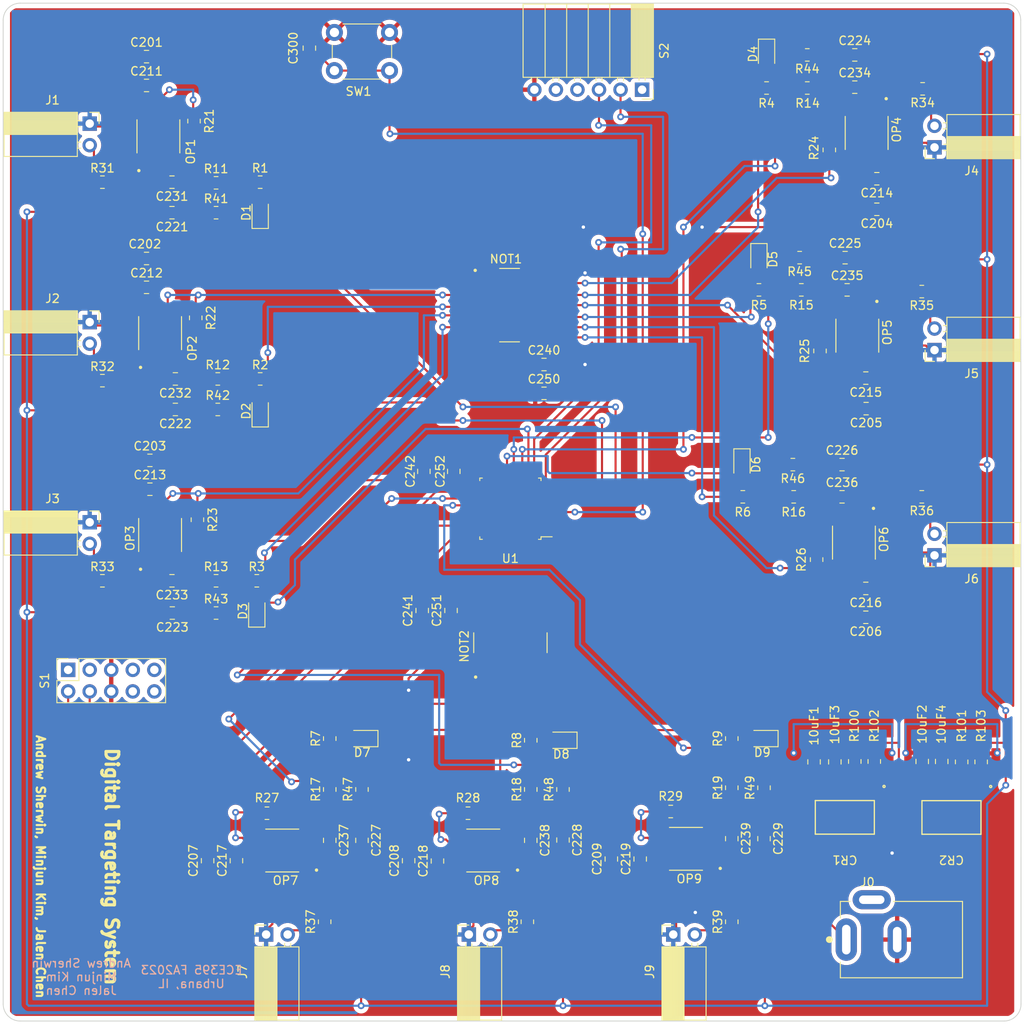
<source format=kicad_pcb>
(kicad_pcb (version 20211014) (generator pcbnew)
  (layers (0 "F.Cu" signal) (31 "B.Cu" signal) (34 "B.Paste" user) (35 "F.Paste" user) (36 "B.SilkS" user "B.Silkscreen") (37 "F.SilkS" user "F.Silkscreen") (38 "B.Mask" user) (39 "F.Mask" user) (44 "Edge.Cuts" user))
  (net 0 "")
  (net 1 "+12V")
  (net 2 "GND")
  (net 3 "6.6V")
  (net 4 "+3V3")
  (net 5 "Net-(C300-Pad1)")
  (net 6 "Net-(CR1-Pad1)")
  (net 7 "Net-(CR2-Pad1)")
  (net 8 "Net-(D1-Pad1)")
  (net 9 "Net-(D1-Pad2)")
  (net 10 "Net-(D2-Pad1)")
  (net 11 "Net-(D2-Pad2)")
  (net 12 "Net-(D3-Pad1)")
  (net 13 "Net-(D3-Pad2)")
  (net 14 "Net-(D4-Pad1)")
  (net 15 "Net-(D4-Pad2)")
  (net 16 "Net-(D5-Pad1)")
  (net 17 "Net-(D5-Pad2)")
  (net 18 "Net-(D6-Pad1)")
  (net 19 "Net-(D6-Pad2)")
  (net 20 "Net-(D7-Pad1)")
  (net 21 "Net-(D7-Pad2)")
  (net 22 "Net-(D8-Pad1)")
  (net 23 "Net-(D8-Pad2)")
  (net 24 "Net-(D9-Pad1)")
  (net 25 "Net-(D9-Pad2)")
  (net 27 "Net-(J1-Pad2)")
  (net 28 "Net-(J2-Pad2)")
  (net 29 "Net-(J3-Pad2)")
  (net 30 "Net-(J4-Pad2)")
  (net 31 "Net-(J5-Pad2)")
  (net 32 "Net-(J6-Pad2)")
  (net 33 "Net-(J7-Pad2)")
  (net 34 "Net-(J8-Pad2)")
  (net 35 "Net-(J9-Pad2)")
  (net 36 "Net-(NOT1-Pad1)")
  (net 37 "Net-(NOT1-Pad2)")
  (net 38 "Net-(NOT1-Pad3)")
  (net 39 "Net-(NOT1-Pad4)")
  (net 40 "Net-(NOT1-Pad5)")
  (net 41 "Net-(NOT1-Pad6)")
  (net 42 "Net-(NOT1-Pad8)")
  (net 43 "Net-(NOT1-Pad9)")
  (net 44 "Net-(NOT1-Pad10)")
  (net 45 "Net-(NOT1-Pad11)")
  (net 46 "Net-(NOT1-Pad12)")
  (net 47 "Net-(NOT1-Pad13)")
  (net 48 "Net-(NOT2-Pad1)")
  (net 49 "Net-(NOT2-Pad2)")
  (net 50 "Net-(NOT2-Pad3)")
  (net 51 "Net-(NOT2-Pad4)")
  (net 52 "Net-(NOT2-Pad5)")
  (net 53 "Net-(NOT2-Pad6)")
  (net 60 "Net-(OP1-Pad2)")
  (net 61 "Net-(OP2-Pad2)")
  (net 62 "Net-(OP3-Pad2)")
  (net 63 "Net-(OP4-Pad2)")
  (net 64 "Net-(OP5-Pad2)")
  (net 65 "Net-(OP6-Pad2)")
  (net 66 "Net-(OP7-Pad2)")
  (net 67 "Net-(OP8-Pad2)")
  (net 68 "Net-(OP9-Pad2)")
  (net 70 "Net-(S1-Pad2)")
  (net 72 "Net-(S1-Pad4)")
  (net 78 "Net-(S2-Pad2)")
  (net 79 "Net-(S2-Pad3)")
  (footprint "Capacitor_SMD:C_0805_2012Metric_Pad1.18x1.45mm_HandSolder" (layer "F.Cu") (at 150.3 103.6 180)
    (fp_text reference "C206")
    (fp_text value "10uF")
  )
  (footprint "Capacitor_SMD:C_0805_2012Metric_Pad1.18x1.45mm_HandSolder" (layer "F.Cu") (at 159.25 120.6 90)
    (fp_text reference "10uF4")
    (fp_text value "0.00001")
  )
  (footprint "Connector_PinSocket_2.54mm:PinSocket_1x06_P2.54mm_Horizontal" (layer "F.Cu") (at 123.925 41.4 -90)
    (fp_text reference "S2")
    (fp_text value "Conn_01x06")
  )
  (footprint "LED_SMD:LED_0805_2012Metric_Pad1.15x1.40mm_HandSolder" (layer "F.Cu") (at 135.7 85.6 -90)
    (fp_text reference "D6")
    (fp_text value "LED")
  )
  (footprint "Capacitor_SMD:C_0805_2012Metric_Pad1.18x1.45mm_HandSolder" (layer "F.Cu") (at 149 41.1)
    (fp_text reference "C234")
    (fp_text value "0.1uF")
  )
  (footprint "Capacitor_SMD:C_0805_2012Metric_Pad1.18x1.45mm_HandSolder" (layer "F.Cu") (at 68.9 75.5 180)
    (fp_text reference "C232")
    (fp_text value "0.1uF")
  )
  (footprint "Digital_Target:TLC271CDR" (layer "F.Cu") (at 129.1 130.9 180)
    (fp_text reference "OP9")
    (fp_text value "TLC271CDR")
  )
  (footprint "Digital_Target:TLC271CDR" (layer "F.Cu") (at 150.4 46.5 -90)
    (fp_text reference "OP4")
    (fp_text value "TLC271CDR")
  )
  (footprint "Digital_Target:TLC271CDR" (layer "F.Cu") (at 148.9 94.8 -90)
    (fp_text reference "OP6")
    (fp_text value "TLC271CDR")
  )
  (footprint "Capacitor_SMD:C_0805_2012Metric_Pad1.18x1.45mm_HandSolder" (layer "F.Cu") (at 65.5 64.7)
    (fp_text reference "C212")
    (fp_text value "0.1uF")
  )
  (footprint "Capacitor_SMD:C_0805_2012Metric_Pad1.18x1.45mm_HandSolder" (layer "F.Cu") (at 144.2 120.65 90)
    (fp_text reference "10uF1")
    (fp_text value "0.00001")
  )
  (footprint "Capacitor_SMD:C_0805_2012Metric_Pad1.18x1.45mm_HandSolder" (layer "F.Cu") (at 148.1 65)
    (fp_text reference "C235")
    (fp_text value "0.1uF")
  )
  (footprint "Resistor_SMD:R_0805_2012Metric_Pad1.20x1.40mm_HandSolder" (layer "F.Cu") (at 138.6 41.2)
    (fp_text reference "R4")
    (fp_text value "380")
  )
  (footprint "Digital_Target:PJ_202AH" (layer "F.Cu") (at 154.5 141.6)
    (fp_text reference "J0")
    (fp_text value "PJ-202AH")
  )
  (footprint "Capacitor_SMD:C_0805_2012Metric_Pad1.18x1.45mm_HandSolder" (layer "F.Cu") (at 99.8 132.3375 90)
    (fp_text reference "C218")
    (fp_text value "0.1uF")
  )
  (footprint "Digital_Target:SN74LS04DR" (layer "F.Cu") (at 108.3 66.8)
    (fp_text reference "NOT1")
    (fp_text value "SN74LS04DR")
  )
  (footprint "Capacitor_SMD:C_0805_2012Metric_Pad1.18x1.45mm_HandSolder" (layer "F.Cu") (at 150.3375 79 180)
    (fp_text reference "C205")
    (fp_text value "10uF")
  )
  (footprint "Resistor_SMD:R_0805_2012Metric_Pad1.20x1.40mm_HandSolder" (layer "F.Cu") (at 71.3 68.3 90)
    (fp_text reference "R22")
    (fp_text value "100000")
  )
  (footprint "Resistor_SMD:R_0805_2012Metric_Pad1.20x1.40mm_HandSolder" (layer "F.Cu") (at 156.9 65.2 180)
    (fp_text reference "R35")
    (fp_text value "50")
  )
  (footprint "Resistor_SMD:R_0805_2012Metric_Pad1.20x1.40mm_HandSolder" (layer "F.Cu") (at 127.3 126.5 180)
    (fp_text reference "R29")
    (fp_text value "100000")
  )
  (footprint "Resistor_SMD:R_0805_2012Metric_Pad1.20x1.40mm_HandSolder" (layer "F.Cu") (at 73.7 52.38)
    (fp_text reference "R11")
    (fp_text value "20000")
  )
  (footprint "Capacitor_SMD:C_0805_2012Metric_Pad1.18x1.45mm_HandSolder" (layer "F.Cu") (at 150.3 75.4 180)
    (fp_text reference "C215")
    (fp_text value "0.1uF")
  )
  (footprint "Capacitor_SMD:C_0805_2012Metric_Pad1.18x1.45mm_HandSolder" (layer "F.Cu") (at 151.6 55.5 180)
    (fp_text reference "C204")
    (fp_text value "10uF")
  )
  (footprint "Resistor_SMD:R_0805_2012Metric_Pad1.20x1.40mm_HandSolder" (layer "F.Cu") (at 60.3 99.3)
    (fp_text reference "R33")
    (fp_text value "50")
  )
  (footprint "Capacitor_SMD:C_0805_2012Metric_Pad1.18x1.45mm_HandSolder" (layer "F.Cu") (at 98 102.8 90)
    (fp_text reference "C241")
    (fp_text value "10uF")
  )
  (footprint "Resistor_SMD:R_0805_2012Metric_Pad1.20x1.40mm_HandSolder" (layer "F.Cu") (at 71.1 45.1 90)
    (fp_text reference "R21")
    (fp_text value "100000")
  )
  (footprint "Resistor_SMD:R_0805_2012Metric_Pad1.20x1.40mm_HandSolder" (layer "F.Cu") (at 146 48.5 -90)
    (fp_text reference "R24")
    (fp_text value "100000")
  )
  (footprint "Resistor_SMD:R_0805_2012Metric_Pad1.20x1.40mm_HandSolder" (layer "F.Cu") (at 137.7 65)
    (fp_text reference "R5")
    (fp_text value "380")
  )
  (footprint "Resistor_SMD:R_0805_2012Metric_Pad1.20x1.40mm_HandSolder" (layer "F.Cu") (at 144.9 72.2 -90)
    (fp_text reference "R25")
    (fp_text value "100000")
  )
  (footprint "Capacitor_SMD:C_0805_2012Metric_Pad1.18x1.45mm_HandSolder" (layer "F.Cu") (at 65.9 85.1)
    (fp_text reference "C203")
    (fp_text value "10uF")
  )
  (footprint "Resistor_SMD:R_0805_2012Metric_Pad1.20x1.40mm_HandSolder" (layer "F.Cu") (at 73.7 99.3)
    (fp_text reference "R13")
    (fp_text value "20000")
  )
  (footprint "Digital_Target:TLC271CDR" (layer "F.Cu") (at 105.2 131.1 180)
    (fp_text reference "OP8")
    (fp_text value "TLC271CDR")
  )
  (footprint "Digital_Target:LD1117SC_R" (layer "F.Cu") (at 160.4 127.2 180)
    (fp_text reference "CR2")
    (fp_text value "LD1117SC-R")
  )
  (footprint "Capacitor_SMD:C_0805_2012Metric_Pad1.18x1.45mm_HandSolder" (layer "F.Cu") (at 147.8625 61.2)
    (fp_text reference "C225")
    (fp_text value "10uF")
  )
  (footprint "Capacitor_SMD:C_0805_2012Metric_Pad1.18x1.45mm_HandSolder" (layer "F.Cu") (at 151.6 51.9 180)
    (fp_text reference "C214")
    (fp_text value "0.1uF")
  )
  (footprint "Capacitor_SMD:C_0805_2012Metric_Pad1.18x1.45mm_HandSolder" (layer "F.Cu") (at 68.5 99.3 180)
    (fp_text reference "C233")
    (fp_text value "0.1uF")
  )
  (footprint "Resistor_SMD:R_0805_2012Metric_Pad1.20x1.40mm_HandSolder" (layer "F.Cu") (at 161.6 120.65 -90)
    (fp_text reference "R101")
    (fp_text value "120")
  )
  (footprint "Capacitor_SMD:C_0805_2012Metric_Pad1.18x1.45mm_HandSolder" (layer "F.Cu") (at 76.1 132.3 90)
    (fp_text reference "C217")
    (fp_text value "0.1uF")
  )
  (footprint "Capacitor_SMD:C_0805_2012Metric_Pad1.18x1.45mm_HandSolder" (layer "F.Cu") (at 96.4 132.3 90)
    (fp_text reference "C208")
    (fp_text value "10uF")
  )
  (footprint "Capacitor_SMD:C_0805_2012Metric_Pad1.18x1.45mm_HandSolder" (layer "F.Cu") (at 65.5 40.9)
    (fp_text reference "C211")
    (fp_text value "0.1uF")
  )
  (footprint "Resistor_SMD:R_0805_2012Metric_Pad1.20x1.40mm_HandSolder" (layer "F.Cu") (at 134.5 117.9 90)
    (fp_text reference "R9")
    (fp_text value "380")
  )
  (footprint "Capacitor_SMD:C_0805_2012Metric_Pad1.18x1.45mm_HandSolder" (layer "F.Cu") (at 149 37.3)
    (fp_text reference "C224")
    (fp_text value "10uF")
  )
  (footprint "Resistor_SMD:R_0805_2012Metric_Pad1.20x1.40mm_HandSolder" (layer "F.Cu") (at 138.3 123.7 90)
    (fp_text reference "R49")
    (fp_text value "330")
  )
  (footprint "Capacitor_SMD:C_0805_2012Metric_Pad1.18x1.45mm_HandSolder" (layer "F.Cu") (at 65.5 61.3)
    (fp_text reference "C202")
    (fp_text value "10uF")
  )
  (footprint "Connector_PinSocket_2.54mm:PinSocket_1x02_P2.54mm_Horizontal" (layer "F.Cu") (at 58.8 45.4)
    (fp_text reference "J1")
    (fp_text value "Conn_01x02")
  )
  (footprint "Connector_PinSocket_2.54mm:PinSocket_1x02_P2.54mm_Horizontal" (layer "F.Cu") (at 79.6 141 90)
    (fp_text reference "J7")
    (fp_text value "Conn_01x02")
  )
  (footprint "Digital_Target:LD1117SC_R" (layer "F.Cu") (at 147.8285 127.1873 180)
    (fp_text reference "CR1")
    (fp_text value "LD1117SC-R")
  )
  (footprint "Capacitor_SMD:C_0805_2012Metric_Pad1.18x1.45mm_HandSolder" (layer "F.Cu") (at 147.5 89.4)
    (fp_text reference "C236")
    (fp_text value "0.1uF")
  )
  (footprint "Capacitor_SMD:C_0805_2012Metric_Pad1.18x1.45mm_HandSolder" (layer "F.Cu") (at 72.7 132.3 90)
    (fp_text reference "C207")
    (fp_text value "10uF")
  )
  (footprint "Resistor_SMD:R_0805_2012Metric_Pad1.20x1.40mm_HandSolder" (layer "F.Cu") (at 73.9 79.1)
    (fp_text reference "R42")
    (fp_text value "330")
  )
  (footprint "Resistor_SMD:R_0805_2012Metric_Pad1.20x1.40mm_HandSolder" (layer "F.Cu") (at 110.8 123.9 90)
    (fp_text reference "R18")
    (fp_text value "20000")
  )
  (footprint "Connector_PinSocket_2.54mm:PinSocket_1x02_P2.54mm_Horizontal" (layer "F.Cu") (at 158.4 48.2 180)
    (fp_text reference "J4")
    (fp_text value "Conn_01x02")
  )
  (footprint "Capacitor_SMD:C_0805_2012Metric_Pad1.18x1.45mm_HandSolder" (layer "F.Cu") (at 84.7 36.5 90)
    (fp_text reference "C300")
    (fp_text value "C")
  )
  (footprint "Resistor_SMD:R_0805_2012Metric_Pad1.20x1.40mm_HandSolder" (layer "F.Cu") (at 79.7 126.7 180)
    (fp_text reference "R27")
    (fp_text value "100000")
  )
  (footprint "LED_SMD:LED_0805_2012Metric_Pad1.15x1.40mm_HandSolder" (layer "F.Cu") (at 137.7 61.4 -90)
    (fp_text reference "D5")
    (fp_text value "LED")
  )
  (footprint "Capacitor_SMD:C_0805_2012Metric_Pad1.18x1.45mm_HandSolder" (layer "F.Cu") (at 68.5375 103.1 180)
    (fp_text reference "C223")
    (fp_text value "10uF")
  )
  (footprint "Digital_Target:SN74LS04DR" (layer "F.Cu") (at 108.4 106.6 90)
    (fp_text reference "NOT2")
    (fp_text value "SN74LS04DR")
  )
  (footprint "Capacitor_SMD:C_0805_2012Metric_Pad1.18x1.45mm_HandSolder" (layer "F.Cu") (at 150.3 100.2 180)
    (fp_text reference "C216")
    (fp_text value "0.1uF")
  )
  (footprint "Connector_PinSocket_2.54mm:PinSocket_1x02_P2.54mm_Horizontal" (layer "F.Cu") (at 158.4 72.1 180)
    (fp_text reference "J5")
    (fp_text value "Conn_01x02")
  )
  (footprint "Resistor_SMD:R_0805_2012Metric_Pad1.20x1.40mm_HandSolder" (layer "F.Cu") (at 135.8 89.4)
    (fp_text reference "R6")
    (fp_text value "380")
  )
  (footprint "Capacitor_SMD:C_0805_2012Metric_Pad1.18x1.45mm_HandSolder" (layer "F.Cu") (at 65.9 88.5)
    (fp_text reference "C213")
    (fp_text value "0.1uF")
  )
  (footprint "Capacitor_SMD:C_0805_2012Metric_Pad1.18x1.45mm_HandSolder" (layer "F.Cu") (at 147.5 85.6)
    (fp_text reference "C226")
    (fp_text value "10uF")
  )
  (footprint "Capacitor_SMD:C_0805_2012Metric_Pad1.18x1.45mm_HandSolder" (layer "F.Cu") (at 68.5 55.9 180)
    (fp_text reference "C221")
    (fp_text value "10uF")
  )
  (footprint "Resistor_SMD:R_0805_2012Metric_Pad1.20x1.40mm_HandSolder" (layer "F.Cu") (at 141.7 85.6 180)
    (fp_text reference "R46")
    (fp_text value "330")
  )
  (footprint "Connector_PinSocket_2.54mm:PinSocket_2x05_P2.54mm_Vertical" (layer "F.Cu") (at 56.26 109.8 90)
    (fp_text reference "S1")
    (fp_text value "Conn_02x05_Odd_Even")
  )
  (footprint "Resistor_SMD:R_0805_2012Metric_Pad1.20x1.40mm_HandSolder" (layer "F.Cu") (at 87.1 117.9 90)
    (fp_text reference "R7")
    (fp_text value "380")
  )
  (footprint "LED_SMD:LED_0805_2012Metric_Pad1.15x1.40mm_HandSolder" (layer "F.Cu") (at 138.6 37.3 -90)
    (fp_text reference "D4")
    (fp_text value "LED")
  )
  (footprint "Connector_PinSocket_2.54mm:PinSocket_1x02_P2.54mm_Horizontal" (layer "F.Cu") (at 127.6 141 90)
    (fp_text reference "J9")
    (fp_text value "Conn_01x02")
  )
  (footprint "Digital_Target:TLC271CDR" (layer "F.Cu") (at 81.5 131.1 180)
    (fp_text reference "OP7")
    (fp_text value "TLC271CDR")
  )
  (footprint "Resistor_SMD:R_0805_2012Metric_Pad1.20x1.40mm_HandSolder" (layer "F.Cu") (at 73.7 103.1)
    (fp_text reference "R43")
    (fp_text value "330")
  )
  (footprint "Resistor_SMD:R_0805_2012Metric_Pad1.20x1.40mm_HandSolder" (layer "F.Cu") (at 143.4 41.2)
    (fp_text reference "R14")
    (fp_text value "20000")
  )
  (footprint "LED_SMD:LED_0805_2012Metric_Pad1.15x1.40mm_HandSolder" (layer "F.Cu") (at 90.925 117.9 180)
    (fp_text reference "D7")
    (fp_text value "LED")
  )
  (footprint "Resistor_SMD:R_0805_2012Metric_Pad1.20x1.40mm_HandSolder" (layer "F.Cu") (at 60.3 52.3)
    (fp_text reference "R31")
    (fp_text value "50")
  )
  (footprint "Resistor_SMD:R_0805_2012Metric_Pad1.20x1.40mm_HandSolder" (layer "F.Cu") (at 114.6 123.9 90)
    (fp_text reference "R48")
    (fp_text value "330")
  )
  (footprint "Package_QFP:LQFP-32_7x7mm_P0.8mm" (layer "F.Cu") (at 108.4 90.8 180)
    (fp_text reference "U1")
    (fp_text value "STM32L031K6Tx")
  )
  (footprint "Capacitor_SMD:C_0805_2012Metric_Pad1.18x1.45mm_HandSolder" (layer "F.Cu") (at 138.3 129.7 -90)
    (fp_text reference "C229")
    (fp_text value "10uF")
  )
  (footprint "Capacitor_SMD:C_0805_2012Metric_Pad1.18x1.45mm_HandSolder" (layer "F.Cu") (at 112.3625 77.2)
    (fp_text reference "C250")
    (fp_text value "0.1uF")
  )
  (footprint "Capacitor_SMD:C_0805_2012Metric_Pad1.18x1.45mm_HandSolder" (layer "F.Cu") (at 123.7 132.1 90)
    (fp_text reference "C219")
    (fp_text value "0.1uF")
  )
  (footprint "Resistor_SMD:R_0805_2012Metric_Pad1.20x1.40mm_HandSolder" (layer "F.Cu") (at 134.5 139.5 90)
    (fp_text reference "R39")
    (fp_text value "50")
  )
  (footprint "Resistor_SMD:R_0805_2012Metric_Pad1.20x1.40mm_HandSolder" (layer "F.Cu") (at 141.8 89.4)
    (fp_text reference "R16")
    (fp_text value "20000")
  )
  (footprint "Capacitor_SMD:C_0805_2012Metric_Pad1.18x1.45mm_HandSolder" (layer "F.Cu") (at 65.5 37.5)
    (fp_text reference "C201")
    (fp_text value "10uF")
  )
  (footprint "Capacitor_SMD:C_0805_2012Metric_Pad1.18x1.45mm_HandSolder" (layer "F.Cu") (at 98.2 86.4 -90)
    (fp_text reference "C242")
    (fp_text value "10uF")
  )
  (footprint "Capacitor_SMD:C_0805_2012Metric_Pad1.18x1.45mm_HandSolder" (layer "F.Cu") (at 87.1 129.9 -90)
    (fp_text reference "C237")
    (fp_text value "0.1uF")
  )
  (footprint "LED_SMD:LED_0805_2012Metric_Pad1.15x1.40mm_HandSolder" (layer "F.Cu") (at 138.1 117.9 180)
    (fp_text reference "D9")
    (fp_text value "LED")
  )
  (footprint "Resistor_SMD:R_0805_2012Metric_Pad1.20x1.40mm_HandSolder" (layer "F.Cu") (at 73.9 75.5)
    (fp_text reference "R12")
    (fp_text value "20000")
  )
  (footprint "Resistor_SMD:R_0805_2012Metric_Pad1.20x1.40mm_HandSolder" (layer "F.Cu") (at 78.9 75.5)
    (fp_text reference "R2")
    (fp_text value "380")
  )
  (footprint "Connector_PinSocket_2.54mm:PinSocket_1x02_P2.54mm_Horizontal" (layer "F.Cu") (at 158.4 96.3 180)
    (fp_text reference "J6")
    (fp_text value "Conn_01x02")
  )
  (footprint "Capacitor_SMD:C_0805_2012Metric_Pad1.18x1.45mm_HandSolder" (layer "F.Cu") (at 156.95 120.6 90)
    (fp_text reference "10uF2")
    (fp_text value "0.00001")
  )
  (footprint "Resistor_SMD:R_0805_2012Metric_Pad1.20x1.40mm_HandSolder" (layer "F.Cu") (at 71.5 92.1 90)
    (fp_text reference "R23")
    (fp_text value "100000")
  )
  (footprint "Resistor_SMD:R_0805_2012Metric_Pad1.20x1.40mm_HandSolder" (layer "F.Cu") (at 78.9 52.3)
    (fp_text reference "R1")
    (fp_text value "380")
  )
  (footprint "Resistor_SMD:R_0805_2012Metric_Pad1.20x1.40mm_HandSolder" (layer "F.Cu") (at 87.1 123.9 90)
    (fp_text reference "R17")
    (fp_text value "20000")
  )
  (footprint "Resistor_SMD:R_0805_2012Metric_Pad1.20x1.40mm_HandSolder" (layer "F.Cu") (at 73.7 55.9)
    (fp_text reference "R41")
    (fp_text value "330")
  )
  (footprint "Connector_PinSocket_2.54mm:PinSocket_1x02_P2.54mm_Horizontal" (layer "F.Cu") (at 103.5 141 90)
    (fp_text reference "J8")
    (fp_text value "Conn_01x02")
  )
  (footprint "LED_SMD:LED_0805_2012Metric_Pad1.15x1.40mm_HandSolder" (layer "F.Cu") (at 78.9 79.3 90)
    (fp_text reference "D2")
    (fp_text value "LED")
  )
  (footprint "Capacitor_SMD:C_0805_2012Metric_Pad1.18x1.45mm_HandSolder" (layer "F.Cu") (at 110.8 129.9 -90)
    (fp_text reference "C238")
    (fp_text value "0.1uF")
  )
  (footprint "Capacitor_SMD:C_0805_2012Metric_Pad1.18x1.45mm_HandSolder" (layer "F.Cu") (at 101.4 102.8 90)
    (fp_text reference "C251")
    (fp_text value "0.1uF")
  )
  (footprint "Resistor_SMD:R_0805_2012Metric_Pad1.20x1.40mm_HandSolder" (layer "F.Cu") (at 78.5 99.3)
    (fp_text reference "R3")
    (fp_text value "380")
  )
  (footprint "Button_Switch_THT:SW_PUSH_6mm_H4.3mm" (layer "F.Cu") (at 87.65 34.65)
    (fp_text reference "SW1")
    (fp_text value "SW_Push")
  )
  (footprint "Capacitor_SMD:C_0805_2012Metric_Pad1.18x1.45mm_HandSolder" (layer "F.Cu") (at 68.9 79.1 180)
    (fp_text reference "C222")
    (fp_text value "10uF")
  )
  (footprint "Capacitor_SMD:C_0805_2012Metric_Pad1.18x1.45mm_HandSolder" (layer "F.Cu") (at 146.65 120.65 90)
    (fp_text reference "10uF3")
    (fp_text value "0.00001")
  )
  (footprint "Resistor_SMD:R_0805_2012Metric_Pad1.20x1.40mm_HandSolder" (layer "F.Cu") (at 90.9 123.9 90)
    (fp_text reference "R47")
    (fp_text value "330")
  )
  (footprint "Resistor_SMD:R_0805_2012Metric_Pad1.20x1.40mm_HandSolder" (layer "F.Cu") (at 143.4 37.3 180)
    (fp_text reference "R44")
    (fp_text value "330")
  )
  (footprint "Digital_Target:TLC271CDR" (layer "F.Cu") (at 67.1 70.1 90)
    (fp_text reference "OP2")
    (fp_text value "TLC271CDR")
  )
  (footprint "Resistor_SMD:R_0805_2012Metric_Pad1.20x1.40mm_HandSolder" (layer "F.Cu") (at 60.3 75.7)
    (fp_text reference "R32")
    (fp_text value "50")
  )
  (footprint "Capacitor_SMD:C_0805_2012Metric_Pad1.18x1.45mm_HandSolder" (layer "F.Cu") (at 134.5 129.7 -90)
    (fp_text reference "C239")
    (fp_text value "0.1uF")
  )
  (footprint "Resistor_SMD:R_0805_2012Metric_Pad1.20x1.40mm_HandSolder" (layer "F.Cu") (at 86.5 139.5 90)
    (fp_text reference "R37")
    (fp_text value "50")
  )
  (footprint "Capacitor_SMD:C_0805_2012Metric_Pad1.18x1.45mm_HandSolder" (layer "F.Cu") (at 120.3 132.1 90)
    (fp_text reference "C209")
    (fp_text value "10uF")
  )
  (footprint "Capacitor_SMD:C_0805_2012Metric_Pad1.18x1.45mm_HandSolder" (layer "F.Cu") (at 114.6 129.8625 -90)
    (fp_text reference "C228")
    (fp_text value "10uF")
  )
  (footprint "Resistor_SMD:R_0805_2012Metric_Pad1.20x1.40mm_HandSolder" (layer "F.Cu") (at 134.5 123.7 90)
    (fp_text reference "R19")
    (fp_text value "20000")
  )
  (footprint "Capacitor_SMD:C_0805_2012Metric_Pad1.18x1.45mm_HandSolder" (layer "F.Cu") (at 101.725 86.4 -90)
    (fp_text reference "C252")
    (fp_text value "0.1uF")
  )
  (footprint "Capacitor_SMD:C_0805_2012Metric_Pad1.18x1.45mm_HandSolder" (layer "F.Cu") (at 90.9 129.9 -90)
    (fp_text reference "C227")
    (fp_text value "10uF")
  )
  (footprint "Resistor_SMD:R_0805_2012Metric_Pad1.20x1.40mm_HandSolder" (layer "F.Cu") (at 110.8 118.1 90)
    (fp_text reference "R8")
    (fp_text value "380")
  )
  (footprint "Resistor_SMD:R_0805_2012Metric_Pad1.20x1.40mm_HandSolder" (layer "F.Cu") (at 142.7 65)
    (fp_text reference "R15")
    (fp_text value "20000")
  )
  (footprint "LED_SMD:LED_0805_2012Metric_Pad1.15x1.40mm_HandSolder" (layer "F.Cu") (at 114.4 118.1 180)
    (fp_text reference "D8")
    (fp_text value "LED")
  )
  (footprint "Resistor_SMD:R_0805_2012Metric_Pad1.20x1.40mm_HandSolder" (layer "F.Cu") (at 149 120.6 -90)
    (fp_text reference "R100")
    (fp_text value "120")
  )
  (footprint "LED_SMD:LED_0805_2012Metric_Pad1.15x1.40mm_HandSolder" (layer "F.Cu") (at 78.5 102.9 90)
    (fp_text reference "D3")
    (fp_text value "LED")
  )
  (footprint "Digital_Target:TLC271CDR" (layer "F.Cu") (at 66.9 46.9 90)
    (fp_text reference "OP1")
    (fp_text value "TLC271CDR")
  )
  (footprint "Connector_PinSocket_2.54mm:PinSocket_1x02_P2.54mm_Horizontal" (layer "F.Cu") (at 58.8 92.4)
    (fp_text reference "J3")
    (fp_text value "Conn_01x02")
  )
  (footprint "Resistor_SMD:R_0805_2012Metric_Pad1.20x1.40mm_HandSolder" (layer "F.Cu") (at 156.9 89.4 180)
    (fp_text reference "R36")
    (fp_text value "50")
  )
  (footprint "Capacitor_SMD:C_0805_2012Metric_Pad1.18x1.45mm_HandSolder" (layer "F.Cu") (at 68.5 52.3 180)
    (fp_text reference "C231")
    (fp_text value "0.1uF")
  )
  (footprint "Resistor_SMD:R_0805_2012Metric_Pad1.20x1.40mm_HandSolder" (layer "F.Cu") (at 103.4 126.7 180)
    (fp_text reference "R28")
    (fp_text value "100000")
  )
  (footprint "Resistor_SMD:R_0805_2012Metric_Pad1.20x1.40mm_HandSolder" (layer "F.Cu") (at 144.5 96.8 -90)
    (fp_text reference "R26")
    (fp_text value "100000")
  )
  (footprint "Connector_PinSocket_2.54mm:PinSocket_1x02_P2.54mm_Horizontal" (layer "F.Cu") (at 58.8 68.8)
    (fp_text reference "J2")
    (fp_text value "Conn_01x02")
  )
  (footprint "Capacitor_SMD:C_0805_2012Metric_Pad1.18x1.45mm_HandSolder" (layer "F.Cu") (at 112.3625 73.8)
    (fp_text reference "C240")
    (fp_text value "10uF")
  )
  (footprint "Digital_Target:TLC271CDR" (layer "F.Cu") (at 149.3 70.4 -90)
    (fp_text reference "OP5")
    (fp_text value "TLC271CDR")
  )
  (footprint "Resistor_SMD:R_0805_2012Metric_Pad1.20x1.40mm_HandSolder" (layer "F.Cu") (at 110.4 139.5 90)
    (fp_text reference "R38")
    (fp_text value "50")
  )
  (footprint "Resistor_SMD:R_0805_2012Metric_Pad1.20x1.40mm_HandSolder" (layer "F.Cu") (at 142.5 61.2 180)
    (fp_text reference "R45")
    (fp_text value "330")
  )
  (footprint "LED_SMD:LED_0805_2012Metric_Pad1.15x1.40mm_HandSolder" (layer "F.Cu") (at 78.9 55.9 90)
    (fp_text reference "D1")
    (fp_text value "LED")
  )
  (footprint "Resistor_SMD:R_0805_2012Metric_Pad1.20x1.40mm_HandSolder" (layer "F.Cu") (at 163.9 120.65 90)
    (fp_text reference "R103")
    (fp_text value "?")
  )
  (footprint "Resistor_SMD:R_0805_2012Metric_Pad1.20x1.40mm_HandSolder" (layer "F.Cu") (at 151.3 120.6 90)
    (fp_text reference "R102")
    (fp_text value "?")
  )
  (footprint "Resistor_SMD:R_0805_2012Metric_Pad1.20x1.40mm_HandSolder" (layer "F.Cu") (at 157 41.3 180)
    (fp_text reference "R34")
    (fp_text value "50")
  )
  (footprint "Digital_Target:TLC271CDR" (layer "F.Cu") (at 67.1 93.9 90)
    (fp_text reference "OP3")
    (fp_text value "TLC271CDR")
  )
  (gr_line (start 48.6 149.2) (end 48.6 33.2) (layer "Edge.Cuts") (width 0.1))
  (gr_line (start 166.6 151.2) (end 50.6 151.2) (layer "Edge.Cuts") (width 0.1))
  (gr_arc (start 48.6 33.2) (mid 49.185786 31.785786) (end 50.6 31.2) (layer "Edge.Cuts") (width 0.1))
  (gr_arc (start 50.6 151.2) (mid 49.185786 150.614214) (end 48.6 149.2) (layer "Edge.Cuts") (width 0.1))
  (gr_arc (start 168.6 149.2) (mid 168.014214 150.614214) (end 166.6 151.2) (layer "Edge.Cuts") (width 0.1))
  (gr_line (start 166.566289 31.2) (end 50.6 31.2) (layer "Edge.Cuts") (width 0.1))
  (gr_line (start 168.566289 33.2) (end 168.6 149.2) (layer "Edge.Cuts") (width 0.1))
  (gr_arc (start 166.566289 31.2) (mid 167.980503 31.785786) (end 168.566289 33.2) (layer "Edge.Cuts") (width 0.1))
  (gr_text "Andrew Sherwin\nMinjun Kim\nJalen Chen" (at 57.8 146) (layer "B.SilkS") (effects (font (size 1 1)) (justify mirror)))
  (gr_text "ECE395 FA2023\nUrbana, IL" (at 70.8 146) (layer "B.SilkS") (effects (font (size 1 1)) (justify mirror)))
  (gr_text "Andrew Sherwin, Minjun Kim, Jalen Chen" (at 53 133 270) (layer "F.SilkS") (effects (font (size 1 1) (thickness 0.25))))
  (gr_text "Digital Targeting System" (at 61.4 133 270) (layer "F.SilkS") (effects (font (size 1.5 1.5) (thickness 0.375))))
  (segment (start 155.2 133) (end 155 133.2) (width 0.25) (layer "F.Cu") (net 1))
  (segment (start 155 133.2) (end 143.4 133.2) (width 0.25) (layer "F.Cu") (net 1))
  (segment (start 143.4 125.2) (end 144.6131 123.9869) (width 0.25) (layer "F.Cu") (net 1))
  (segment (start 145.5285 123.016) (end 144.2 121.6875) (width 0.25) (layer "F.Cu") (net 1))
  (segment (start 158.1 123.9996) (end 158.1 122.7875) (width 0.25) (layer "F.Cu") (net 1))
  (segment (start 144.6131 123.9869) (end 145.5285 123.9869) (width 0.25) (layer "F.Cu") (net 1))
  (segment (start 155.2 125) (end 155.2 133) (width 0.25) (layer "F.Cu") (net 1))
  (segment (start 158.1 122.7875) (end 156.95 121.6375) (width 0.25) (layer "F.Cu") (net 1))
  (segment (start 143.4 133.2) (end 143.4 125.2) (width 0.25) (layer "F.Cu") (net 1))
  (segment (start 145.5285 123.9869) (end 145.5285 123.016) (width 0.25) (layer "F.Cu") (net 1))
  (segment (start 148 141.6) (end 143.4 137) (width 0.25) (layer "F.Cu") (net 1))
  (segment (start 155.2 125) (end 156.2004 123.9996) (width 0.25) (layer "F.Cu") (net 1))
  (segment (start 143.4 137) (end 143.4 133.2) (width 0.25) (layer "F.Cu") (net 1))
  (segment (start 156.2004 123.9996) (end 158.1 123.9996) (width 0.25) (layer "F.Cu") (net 1))
  (segment (start 144.2 119.6125) (end 146.65 119.6125) (width 0.25) (layer "F.Cu") (net 2))
  (segment (start 155.0375 119.5625) (end 155 119.6) (width 0.25) (layer "F.Cu") (net 2))
  (segment (start 163.95 119.6) (end 163.9 119.65) (width 0.25) (layer "F.Cu") (net 2))
  (segment (start 156.95 119.5625) (end 159.25 119.5625) (width 0.25) (layer "F.Cu") (net 2))
  (segment (start 120.3 133.1375) (end 120.4 133.2375) (width 0.25) (layer "F.Cu") (net 2))
  (segment (start 141.8 119.6) (end 144.1875 119.6) (width 0.25) (layer "F.Cu") (net 2))
  (segment (start 151.3 119.6) (end 153.4 119.6) (width 0.25) (layer "F.Cu") (net 2))
  (segment (start 165.8 119.6) (end 163.95 119.6) (width 0.25) (layer "F.Cu") (net 2))
  (segment (start 144.1875 119.6) (end 144.2 119.6125) (width 0.25) (layer "F.Cu") (net 2))
  (segment (start 156.95 119.5625) (end 155.0375 119.5625) (width 0.25) (layer "F.Cu") (net 2))
  (via (at 155 119.6) (size 0.8) (drill 0.4) (layers "F.Cu" "B.Cu") (net 2))
  (via (at 165.8 119.6) (size 0.8) (drill 0.4) (layers "F.Cu" "B.Cu") (net 2))
  (via (at 153.4 119.6) (size 0.8) (drill 0.4) (layers "F.Cu" "B.Cu") (net 2))
  (via (at 141.8 119.6) (size 0.8) (drill 0.4) (layers "F.Cu" "B.Cu") (net 2))
  (segment (start 153.4 116.2) (end 141.8 116.2) (width 0.25) (layer "B.Cu") (net 2))
  (segment (start 153.4 119.6) (end 153.4 116.2) (width 0.25) (layer "B.Cu") (net 2))
  (segment (start 165.8 116.2) (end 165.8 119.6) (width 0.25) (layer "B.Cu") (net 2))
  (segment (start 155 119.6) (end 155 116.2) (width 0.25) (layer "B.Cu") (net 2))
  (segment (start 155 116.2) (end 165.8 116.2) (width 0.25) (layer "B.Cu") (net 2))
  (segment (start 141.8 116.2) (end 141.8 119.6) (width 0.25) (layer "B.Cu") (net 2))
  (segment (start 154.2 123.4) (end 154.2 118.4) (width 0.25) (layer "F.Cu") (net 3))
  (segment (start 127.335 131.535) (end 126.63 131.535) (width 0.25) (layer "F.Cu") (net 3))
  (segment (start 149.935 72.420663) (end 149.935 72.87) (width 0.25) (layer "F.Cu") (net 3))
  (segment (start 150.5625 55.5) (end 142.9 55.5) (width 0.25) (layer "F.Cu") (net 3))
  (segment (start 127.6 140.5) (end 127.93952 140.16048) (width 0.25) (layer "F.Cu") (net 3))
  (segment (start 103.5 140.5) (end 104.03952 139.96048) (width 0.25) (layer "F.Cu") (net 3))
  (segment (start 66.265 44.43) (end 66.265 44.879337) (width 0.25) (layer "F.Cu") (net 3))
  (segment (start 158 48.2) (end 157.46048 47.66048) (width 0.25) (layer "F.Cu") (net 3))
  (segment (start 150.03952 95.96048) (end 149.535 96.465) (width 0.25) (layer "F.Cu") (net 3))
  (segment (start 99.8 131.3) (end 102.295 131.3) (width 0.25) (layer "F.Cu") (net 3))
  (segment (start 80.33952 139.76048) (end 80.33952 132.13952) (width 0.25) (layer "F.Cu") (net 3))
  (segment (start 66.5375 37.5) (end 66.5375 40.9) (width 0.25) (layer "F.Cu") (net 3))
  (segment (start 66.465 68.079337) (end 65.344337 69.2) (width 0.25) (layer "F.Cu") (net 3))
  (segment (start 140.8 57.6) (end 131 57.6) (width 0.25) (layer "F.Cu") (net 3))
  (segment (start 104.03952 139.96048) (end 104.03952 132.03952) (width 0.25) (layer "F.Cu") (net 3))
  (segment (start 127.93952 132.13952) (end 127.335 131.535) (width 0.25) (layer "F.Cu") (net 3))
  (segment (start 65.544337 92.8) (end 59.7 92.8) (width 0.25) (layer "F.Cu") (net 3))
  (segment (start 66.465 67.63) (end 66.465 68.079337) (width 0.25) (layer "F.Cu") (net 3))
  (segment (start 66.265 44.879337) (end 65.404817 45.73952) (width 0.25) (layer "F.Cu") (net 3))
  (segment (start 149 119.6) (end 150.2 118.4) (width 0.25) (layer "F.Cu") (net 3))
  (segment (start 66.5375 44.1575) (end 66.265 44.43) (width 0.25) (layer "F.Cu") (net 3))
  (segment (start 66.465 91.879337) (end 65.544337 92.8) (width 0.25) (layer "F.Cu") (net 3))
  (segment (start 102.295 131.3) (end 102.73 131.735) (width 0.25) (layer "F.Cu") (net 3))
  (segment (start 110.785 63) (end 110.775 62.99) (width 0.25) (layer "F.Cu") (net 3))
  (segment (start 127.93952 140.16048) (end 127.93952 138.33952) (width 0.25) (layer "F.Cu") (net 3))
  (segment (start 66.5375 64.7) (end 66.5375 67.5575) (width 0.25) (layer "F.Cu") (net 3))
  (segment (start 157.9 101.3) (end 157.9 96.3) (width 0.25) (layer "F.Cu") (net 3))
  (segment (start 120.3 131.0625) (end 123.7 131.0625) (width 0.25) (layer "F.Cu") (net 3))
  (segment (start 150.2 118.4) (end 154.2 118.4) (width 0.25) (layer "F.Cu") (net 3))
  (segment (start 98 101.7625) (end 101.4 101.7625) (width 0.25) (layer "F.Cu") (net 3))
  (segment (start 110.8 57.6) (end 110.8 62.965) (width 0.25) (layer "F.Cu") (net 3))
  (segment (start 123.7 131.0625) (end 126.1575 131.0625) (width 0.25) (layer "F.Cu") (net 3))
  (segment (start 151.73952 47.66048) (end 151.035 48.365) (width 0.25) (layer "F.Cu") (net 3))
  (segment (start 66.465 91.43) (end 66.465 91.879337) (width 0.25) (layer "F.Cu") (net 3))
  (segment (start 96.4 110.8) (end 103.075 104.125) (width 0.25) (layer "F.Cu") (net 3))
  (segment (start 66.9375 85.1) (end 66.9375 88.5) (width 0.25) (layer "F.Cu") (net 3))
  (segment (start 147.8285 122.866) (end 146.65 121.6875) (width 0.25) (layer "F.Cu") (net 3))
  (segment (start 96.4 112.2) (end 96.4 110.8) (width 0.25) (layer "F.Cu") (net 3))
  (segment (start 96.4 131.2625) (end 96.4 120.4) (width 0.25) (layer "F.Cu") (net 3))
  (segment (start 103.075 104.125) (end 104.59 104.125) (width 0.25) (layer "F.Cu") (net 3))
  (segment (start 72.7 131.2625) (end 76.1 131.2625) (width 0.25) (layer "F.Cu") (net 3))
  (segment (start 150.795183 71.56048) (end 149.935 72.420663) (width 0.25) (layer "F.Cu") (net 3))
  (segment (start 99.7625 131.2625) (end 99.8 131.3) (width 0.25) (layer "F.Cu") (net 3))
  (segment (start 98 57.6) (end 110.8 57.6) (width 0.25) (layer "F.Cu") (net 3))
  (segment (start 157.36048 71.56048) (end 150.795183 71.56048) (width 0.25) (layer "F.Cu") (net 3))
  (segment (start 150.5625 49.4425) (end 151.035 48.97) (width 0.25) (layer "F.Cu") (net 3))
  (segment (start 59.7 69.2) (end 59.3 68.8) (width 0.25) (layer "F.Cu") (net 3))
  (segment (start 117.2 63) (end 110.785 63) (width 0.25) (layer "F.Cu") (net 3))
  (segment (start 151.035 48.365) (end 151.035 48.97) (width 0.25) (layer "F.Cu") (net 3))
  (segment (start 126.1575 131.0625) (end 126.63 131.535) (width 0.25) (layer "F.Cu") (net 3))
  (segment (start 147.8285 123.9869) (end 147.8285 122.866) (width 0.25) (layer "F.Cu") (net 3))
  (segment (start 66.5375 67.5575) (end 66.465 67.63) (width 0.25) (layer "F.Cu") (net 3))
  (segment (start 103.735 131.735) (end 102.73 131.735) (width 0.25) (layer "F.Cu") (net 3))
  (segment (start 157.46048 47.66048) (end 151.73952 47.66048) (width 0.25) (layer "F.Cu") (net 3))
  (segment (start 101.4 101.7625) (end 102.2275 101.7625) (width 0.25) (layer "F.Cu") (net 3))
  (segment (start 146.9125 121.6875) (end 149 119.6) (width 0.25) (layer "F.Cu") (net 3))
  (segment (start 66.9375 90.9575) (end 66.465 91.43) (width 0.25) (layer "F.Cu") (net 3))
  (segment (start 76.1 131.2625) (end 78.5575 131.2625) (width 0.25) (layer "F.Cu") (net 3))
  (segment (start 78.5575 131.2625) (end 79.03 131.735) (width 0.25) (layer "F.Cu") (net 3))
  (segment (start 150.5625 55.5) (end 150.5625 51.9) (width 0.25) (layer "F.Cu") (net 3))
  (segment (start 66.5375 61.3) (end 66.5375 64.7) (width 0.25) (layer "F.Cu") (net 3))
  (segment (start 153.4 124.2) (end 154.2 123.4) (width 0.25) (layer "F.Cu") (net 3))
  (segment (start 117.2 73.8) (end 113.4 73.8) (width 0.25) (layer "F.Cu") (net 3))
  (segment (start 149.935 74.7275) (end 149.935 72.87) (width 0.25) (layer "F.Cu") (net 3))
  (segment (start 102.2275 101.7625) (end 104.59 104.125) (width 0.25) (layer "F.Cu") (net 3))
  (segment (start 149.3 75.4375) (end 149.2625 75.4) (width 0.25) (layer "F.Cu") (net 3))
  (segment (start 149.2625 97.5425) (end 149.535 97.27) (width 0.25) (layer "F.Cu") (net 3))
  (segment (start 77.9 37.5) (end 98 57.6) (width 0.25) (layer "F.Cu") (net 3))
  (segment (start 150.5625 51.9) (end 150.5625 49.4425) (width 0.25) (layer "F.Cu") (net 3))
  (segment (start 157.9 96.3) (end 157.56048 95.96048) (width 0.25) (layer "F.Cu") (net 3))
  (segment (start 149.2625 75.4) (end 149.935 74.7275) (width 0.25) (layer "F.Cu") (net 3))
  (segment (start 157.56048 95.96048) (end 150.03952 95.96048) (width 0.25) (layer "F.Cu") (net 3))
  (segment (start 79.6 140.5) (end 80.33952 139.76048) (width 0.25) (layer "F.Cu") (net 3))
  (segment (start 128 138.4) (end 127.93952 138.33952) (width 0.25) (layer "F.Cu") (net 3))
  (segment (start 157.9 72.1) (end 157.36048 71.56048) (width 0.25) (layer "F.Cu") (net 3))
  (segment (start 66.5375 40.9) (end 66.5375 44.1575) (width 0.25) (layer "F.Cu") (net 3))
  (segment (start 153.4 131.4) (end 153.4 124.2) (width 0.25) (layer "F.Cu") (net 3))
  (segment (start 149.535 96.465) (end 149.535 97.27) (width 0.25) (layer "F.Cu") (net 3))
  (segment (start 113.4 73.8) (end 113.4 77.2) (width 0.25) (layer "F.Cu") (net 3))
  (segment (start 110.8 57.6) (end 117 57.6) (width 0.25) (layer "F.Cu") (net 3))
  (segment (start 154.2 105) (end 157.9 101.3) (width 0.25) (layer "F.Cu") (net 3))
  (segment (start 154.2 118.4) (end 154.2 105) (width 0.25) (layer "F.Cu") (net 3))
  (segment (start 96.4 131.2625) (end 99.7625 131.2625) (width 0.25) (layer "F.Cu") (net 3))
  (segment (start 130.2 138.4) (end 128 138.4) (width 0.25) (layer "F.Cu") (net 3))
  (segment (start 66.9375 88.5) (end 66.9375 90.9575) (width 0.25) (layer "F.Cu") (net 3))
  (segment (start 149.3 79) (end 149.3 75.4375) (width 0.25) (layer "F.Cu") (net 3))
  (segment (start 80.33952 132.13952) (end 79.935 131.735) (width 0.25) (layer "F.Cu") (net 3))
  (segment (start 149.2625 100.2) (end 149.2625 97.5425) (width 0.25) (layer "F.Cu") (net 3))
  (segment (start 104.03952 132.03952) (end 103.735 131.735) (width 0.25) (layer "F.Cu") (net 3))
  (segment (start 127.93952 138.33952) (end 127.93952 132.13952) (width 0.25) (layer "F.Cu") (net 3))
  (segment (start 110.8 62.965) (end 110.775 62.99) (width 0.25) (layer "F.Cu") (net 3))
  (segment (start 65.404817 45.73952) (end 59.63952 45.73952) (width 0.25) (layer "F.Cu") (net 3))
  (segment (start 149.2625 103.6) (end 149.2625 100.2) (width 0.25) (layer "F.Cu") (net 3))
  (segment (start 66.5375 37.5) (end 77.9 37.5) (width 0.25) (layer "F.Cu") (net 3))
  (segment (start 59.7 92.8) (end 59.3 92.4) (width 0.25) (layer "F.Cu") (net 3))
  (segment (start 142.9 55.5) (end 140.8 57.6) (width 0.25) (layer "F.Cu") (net 3))
  (segment (start 79.935 131.735) (end 79.03 131.735) (width 0.25) (layer "F.Cu") (net 3))
  (segment (start 59.63952 45.73952) (end 59.3 45.4) (width 0.25) (layer "F.Cu") (net 3))
  (segment (start 65.344337 69.2) (end 59.7 69.2) (width 0.25) (layer "F.Cu") (net 3))
  (via (at 96.4 112.2) (size 0.8) (drill 0.4) (layers "F.Cu" "B.Cu") (net 3))
  (via (at 117 57.6) (size 0.8) (drill 0.4) (layers "F.Cu" "B.Cu") (net 3))
  (via (at 131 57.6) (size 0.8) (drill 0.4) (layers "F.Cu" "B.Cu") (net 3))
  (via (at 117.2 73.8) (size 0.8) (drill 0.4) (layers "F.Cu" "B.Cu") (net 3))
  (via (at 153.4 131.4) (size 0.8) (drill 0.4) (layers "F.Cu" "B.Cu") (net 3))
  (via (at 96.4 120.4) (size 0.8) (drill 0.4) (layers "F.Cu" "B.Cu") (net 3))
  (via (at 117.2 63) (size 0.8) (drill 0.4) (layers "F.Cu" "B.Cu") (net 3))
  (via (at 130.2 138.4) (size 0.8) (drill 0.4) (layers "F.Cu" "B.Cu") (net 3))
  (segment (start 135.4 133.2) (end 130.2 138.4) (width 0.25) (layer "B.Cu") (net 3))
  (segment (start 96.4 120.4) (end 96.4 112.2) (width 0.25) (layer "B.Cu") (net 3))
  (segment (start 131 57.6) (end 125.6 63) (width 0.25) (layer "B.Cu") (net 3))
  (segment (start 117 57.6) (end 117 60) (width 0.25) (layer "B.Cu") (net 3))
  (segment (start 151.6 133.2) (end 135.4 133.2) (width 0.25) (layer "B.Cu") (net 3))
  (segment (start 117 60) (end 115.8 61.2) (width 0.25) (layer "B.Cu") (net 3))
  (segment (start 153.4 131.4) (end 151.6 133.2) (width 0.25) (layer "B.Cu") (net 3))
  (segment (start 125.6 63) (end 117.2 63) (width 0.25) (layer "B.Cu") (net 3))
  (segment (start 115.8 61.2) (end 115.8 72.4) (width 0.25) (layer "B.Cu") (net 3))
  (segment (start 115.8 72.4) (end 117.2 73.8) (width 0.25) (layer "B.Cu") (net 3))
  (segment (start 51.4 103) (end 67.4 103) (width 0.25) (layer "F.Cu") (net 4))
  (segment (start 67.7625 79.2) (end 67.8625 79.1) (width 0.25) (layer "F.Cu") (net 4))
  (segment (start 148.265 92.33) (end 148.265 89.6725) (width 0.25) (layer "F.Cu") (net 4))
  (segment (start 114.6 149.4) (end 114.6 130.9) (width 0.25) (layer "F.Cu") (net 4))
  (segment (start 73.6 94.6) (end 83.6 94.6) (width 0.25) (layer "F.Cu") (net 4))
  (segment (start 67.735 97.865) (end 67.735 99.0275) (width 0.25) (layer "F.Cu") (net 4))
  (segment (start 103.6625 87.4375) (end 104.225 88) (width 0.25) (layer "F.Cu") (net 4))
  (segment (start 87.1 130.9375) (end 90.9 130.9375) (width 0.25) (layer "F.Cu") (net 4))
  (segment (start 148.665 65.4725) (end 149.1375 65) (width 0.25) (layer "F.Cu") (net 4))
  (segment (start 98.2 87.4375) (end 101.725 87.4375) (width 0.25) (layer "F.Cu") (net 4))
  (segment (start 112.575 90.4) (end 111.989283 90.4) (width 0.25) (layer "F.Cu") (net 4))
  (segment (start 104.810717 88) (end 104.225 88) (width 0.25) (layer "F.Cu") (net 4))
  (segment (start 149.765 44.03) (end 149.765 41.3725) (width 0.25) (layer "F.Cu") (net 4))
  (segment (start 67.735 75.3725) (end 67.8625 75.5) (width 0.25) (layer "F.Cu") (net 4))
  (segment (start 138.4 149.4) (end 138.4 130.8375) (width 0.25) (layer "F.Cu") (net 4))
  (segment (start 114.5625 130.9375) (end 114.6 130.9) (width 0.25) (layer "F.Cu") (net 4))
  (segment (start 112.575 90.4) (end 107.210717 90.4) (width 0.25) (layer "F.Cu") (net 4))
  (segment (start 111.50048 90.888803) (end 111.50048 93.111197) (width 0.25) (layer "F.Cu") (net 4))
  (segment (start 138.4 130.8375) (end 138.3 130.7375) (width 0.25) (layer "F.Cu") (net 4))
  (segment (start 51.4 79.2) (end 67.7625 79.2) (width 0.25) (layer "F.Cu") (net 4))
  (segment (start 83.97 130.465) (end 86.6275 130.465) (width 0.25) (layer "F.Cu") (net 4))
  (segment (start 150.0375 41.1) (end 150.0375 37.3) (width 0.25) (layer "F.Cu") (net 4))
  (segment (start 160.4 122.7875) (end 159.25 121.6375) (width 0.25) (layer "F.Cu") (net 4))
  (segment (start 67.735 72.57) (end 67.735 75.3725) (width 0.25) (layer "F.Cu") (net 4))
  (segment (start 149.1375 61.4375) (end 148.9 61.2) (width 0.25) (layer "F.Cu") (net 4))
  (segment (start 164.6 37.2) (end 150.1375 37.2) (width 0.25) (layer "F.Cu") (net 4))
  (segment (start 159.25 121.6375) (end 159.6125 121.6375) (width 0.25) (layer "F.Cu") (net 4))
  (segment (start 149.1 61.4) (end 148.9 61.2) (width 0.25) (layer "F.Cu") (net 4))
  (segment (start 166.8 118.4) (end 166.8 114.6) (width 0.25) (layer "F.Cu") (net 4))
  (segment (start 148.265 89.6725) (end 148.5375 89.4) (width 0.25) (layer "F.Cu") (net 4))
  (segment (start 134.5 130.7375) (end 138.3 130.7375) (width 0.25) (layer "F.Cu") (net 4))
  (segment (start 86.6275 130.465) (end 87.1 130.9375) (width 0.25) (layer "F.Cu") (net 4))
  (segment (start 67.735 99.0275) (end 67.4625 99.3) (width 0.25) (layer "F.Cu") (net 4))
  (segment (start 131.57 130.265) (end 134.0275 130.265) (width 0.25) (layer "F.Cu") (net 4))
  (segment (start 148.5375 85.6) (end 148.5375 89.4) (width 0.25) (layer "F.Cu") (net 4))
  (segment (start 67.735 96.37) (end 67.735 97.865) (width 0.25) (layer "F.Cu") (net 4))
  (segment (start 150.1375 37.2) (end 150.0375 37.3) (width 0.25) (layer "F.Cu") (net 4))
  (segment (start 148.665 67.93) (end 148.665 65.4725) (width 0.25) (layer "F.Cu") (net 4))
  (segment (start 90.7625 87.4375) (end 98.2 87.4375) (width 0.25) (layer "F.Cu") (net 4))
  (segment (start 149.1375 65) (end 149.1375 61.4375) (width 0.25) (layer "F.Cu") (net 4))
  (segment (start 51.4 55.8) (end 67.3625 55.8) (width 0.25) (layer "F.Cu") (net 4))
  (segment (start 83.6 94.6) (end 90.7625 87.4375) (width 0.25) (layer "F.Cu") (net 4))
  (segment (start 166.8 123.4) (end 166.8 118.4) (width 0.25) (layer "F.Cu") (net 4))
  (segment (start 70.335 97.865) (end 73.6 94.6) (width 0.25) (layer "F.Cu") (net 4))
  (segment (start 134.0275 130.265) (end 134.5 130.7375) (width 0.25) (layer "F.Cu") (net 4))
  (segment (start 107.67 130.465) (end 110.3275 130.465) (width 0.25) (layer "F.Cu") (net 4))
  (segment (start 149.765 41.3725) (end 150.0375 41.1) (width 0.25) (layer "F.Cu") (net 4))
  (segment (start 111.50048 93.111197) (end 111.989283 93.6) (width 0.25) (layer "F.Cu") (net 4))
  (segment (start 111.989283 90.4) (end 111.50048 90.888803) (width 0.25) (layer "F.Cu") (net 4))
  (segment (start 110.8 130.9375) (end 114.5625 130.9375) (width 0.25) (layer "F.Cu") (net 4))
  (segment (start 67.735 97.865) (end 70.335 97.865) (width 0.25) (layer "F.Cu") (net 4))
  (segment (start 160.4 123.9996) (end 160.4 122.7875) (width 0.25) (layer "F.Cu") (net 4))
  (segment (start 164.6 85.6) (end 148.5375 85.6) (width 0.25) (layer "F.Cu") (net 4))
  (segment (start 110.3275 130.465) (end 110.8 130.9375) (width 0.25) (layer "F.Cu") (net 4))
  (segment (start 111.989283 93.6) (end 112.575 93.6) (width 0.25) (layer "F.Cu") (net 4))
  (segment (start 67.535 49.37) (end 67.535 52.2275) (width 0.25) (layer "F.Cu") (net 4))
  (segment (start 67.4625 103.0625) (end 67.5 103.1) (width 0.25) (layer "F.Cu") (net 4))
  (segment (start 161.6 119.65) (end 162.85 118.4) (width 0.25) (layer "F.Cu") (net 4))
  (segment (start 67.8625 75.5) (end 67.8625 79.1) (width 0.25) (layer "F.Cu") (net 4))
  (segment (start 107.210717 90.4) (end 104.810717 88) (width 0.25) (layer "F.Cu") (net 4))
  (segment (start 101.725 87.4375) (end 103.6625 87.4375) (width 0.25) (layer "F.Cu") (net 4))
  (segment (start 67.3625 55.8) (end 67.4625 55.9) (width 0.25) (layer "F.Cu") (net 4))
  (segment (start 162.85 118.4) (end 166.8 118.4) (width 0.25) (layer "F.Cu") (net 4))
  (segment (start 164.6 61.4) (end 149.1 61.4) (width 0.25) (layer "F.Cu") (net 4))
  (segment (start 90.8 149.4) (end 90.8 131.0375) (width 0.25) (layer "F.Cu") (net 4))
  (segment (start 67.4625 52.3) (end 67.4625 55.9) (width 0.25) (layer "F.Cu") (net 4))
  (segment (start 159.6125 121.6375) (end 161.6 119.65) (width 0.25) (layer "F.Cu") (net 4))
  (segment (start 90.8 131.0375) (end 90.9 130.9375) (width 0.25) (layer "F.Cu") (net 4))
  (segment (start 67.535 52.2275) (end 67.4625 52.3) (width 0.25) (layer "F.Cu") (net 4))
  (segment (start 67.4 103) (end 67.5 103.1) (width 0.25) (layer "F.Cu") (net 4))
  (segment (start 67.4625 99.3) (end 67.4625 103.0625) (width 0.25) (layer "F.Cu") (net 4))
  (via (at 51.4 55.8) (size 0.8) (drill 0.4) (layers "F.Cu" "B.Cu") (net 4))
  (via (at 90.8 149.4) (size 0.8) (drill 0.4) (layers "F.Cu" "B.Cu") (net 4))
  (via (at 138.4 149.4) (size 0.8) (drill 0.4) (layers "F.Cu" "B.Cu") (net 4))
  (via (at 164.6 85.6) (size 0.8) (drill 0.4) (layers "F.Cu" "B.Cu") (net 4))
  (via (at 51.4 103) (size 0.8) (drill 0.4) (layers "F.Cu" "B.Cu") (net 4))
  (via (at 166.8 123.4) (size 0.8) (drill 0.4) (layers "F.Cu" "B.Cu") (net 4))
  (via (at 164.6 37.2) (size 0.8) (drill 0.4) (layers "F.Cu" "B.Cu") (net 4))
  (via (at 164.6 61.4) (size 0.8) (drill 0.4) (layers "F.Cu" "B.Cu") (net 4))
  (via (at 114.6 149.4) (size 0.8) (drill 0.4) (layers "F.Cu" "B.Cu") (net 4))
  (via (at 166.8 114.6) (size 0.8) (drill 0.4) (layers "F.Cu" "B.Cu") (net 4))
  (via (at 51.4 79.2) (size 0.8) (drill 0.4) (layers "F.Cu" "B.Cu") (net 4))
  (segment (start 164.6 85.6) (end 164.6 61.4) (width 0.25) (layer "B.Cu") (net 4))
  (segment (start 166.8 114.6) (end 164.6 112.4) (width 0.25) (layer "B.Cu") (net 4))
  (segment (start 51.4 149.2) (end 51.4 103) (width 0.25) (layer "B.Cu") (net 4))
  (segment (start 164.6 149.4) (end 138.4 149.4) (width 0.25) (layer "B.Cu") (net 4))
  (segment (start 51.4 79.2) (end 51.4 55.8) (width 0.25) (layer "B.Cu") (net 4))
  (segment (start 90.8 149.4) (end 51.6 149.4) (width 0.25) (layer "B.Cu") (net 4))
  (segment (start 164.6 149.4) (end 164.6 125.6) (width 0.25) (layer "B.Cu") (net 4))
  (segment (start 164.6 61.4) (end 164.6 37.2) (width 0.25) (layer "B.Cu") (net 4))
  (segment (start 51.4 103) (end 51.4 79.2) (width 0.25) (layer "B.Cu") (net 4))
  (segment (start 164.6 125.6) (end 166.8 123.4) (width 0.25) (layer "B.Cu") (net 4))
  (segment (start 138.4 149.4) (end 114.6 149.4) (width 0.25) (layer "B.Cu") (net 4))
  (segment (start 114.6 149.4) (end 90.8 149.4) (width 0.25) (layer "B.Cu") (net 4))
  (segment (start 164.6 112.4) (end 164.6 85.6) (width 0.25) (layer "B.Cu") (net 4))
  (segment (start 51.6 149.4) (end 51.4 149.2) (width 0.25) (layer "B.Cu") (net 4))
  (segment (start 116 91.2) (end 112.575 91.2) (width 0.25) (layer "F.Cu") (net 5))
  (segment (start 87.65 39.15) (end 94.15 39.15) (width 0.25) (layer "F.Cu") (net 5))
  (segment (start 94.15 39.15) (end 94.15 46.55) (width 0.25) (layer "F.Cu") (net 5))
  (segment (start 84.7 37.5375) (end 86.0375 37.5375) (width 0.25) (layer "F.Cu") (net 5))
  (segment (start 86.0375 37.5375) (end 87.65 39.15) (width 0.25) (layer "F.Cu") (net 5))
  (segment (start 94.15 46.55) (end 94.2 46.6) (width 0.25) (layer "F.Cu") (net 5))
  (segment (start 124 58.4) (end 124 91.2) (width 0.25) (layer "F.Cu") (net 5))
  (via (at 124 91.2) (size 0.8) (drill 0.4) (layers "F.Cu" "B.Cu") (net 5))
  (via (at 94.2 46.6) (size 0.8) (drill 0.4) (layers "F.Cu" "B.Cu") (net 5))
  (via (at 124 58.4) (size 0.8) (drill 0.4) (layers "F.Cu" "B.Cu") (net 5))
  (via (at 116 91.2) (size 0.8) (drill 0.4) (layers "F.Cu" "B.Cu") (net 5))
  (segment (start 94.2 46.6) (end 124 46.6) (width 0.25) (layer "B.Cu") (net 5))
  (segment (start 124 91.2) (end 116 91.2) (width 0.25) (layer "B.Cu") (net 5))
  (segment (start 124 46.6) (end 124 58.4) (width 0.25) (layer "B.Cu") (net 5))
  (segment (start 150.1715 122.7285) (end 151.3 121.6) (width 0.25) (layer "F.Cu") (net 6))
  (segment (start 150.1285 123.9869) (end 150.1285 122.7285) (width 0.25) (layer "F.Cu") (net 6))
  (segment (start 150.1285 122.7285) (end 150.1715 122.7285) (width 0.25) (layer "F.Cu") (net 6))
  (segment (start 150.1285 122.7285) (end 149 121.6) (width 0.25) (layer "F.Cu") (net 6))
  (segment (start 162.8 122.75) (end 163.9 121.65) (width 0.25) (layer "F.Cu") (net 7))
  (segment (start 162.7 122.75) (end 161.6 121.65) (width 0.25) (layer "F.Cu") (net 7))
  (segment (start 162.7 122.75) (end 162.8 122.75) (width 0.25) (layer "F.Cu") (net 7))
  (segment (start 162.7 123.9996) (end 162.7 122.75) (width 0.25) (layer "F.Cu") (net 7))
  (segment (start 74.7 55.9) (end 77.875 55.9) (width 0.25) (layer "F.Cu") (net 8))
  (segment (start 77.875 55.9) (end 78.9 56.925) (width 0.25) (layer "F.Cu") (net 8))
  (segment (start 78.9 54.9) (end 102.8 78.8) (width 0.25) (layer "F.Cu") (net 9))
  (segment (start 77.82 52.38) (end 77.9 52.3) (width 0.25) (layer "F.Cu") (net 9))
  (segment (start 74.7 52.38) (end 77.82 52.38) (width 0.25) (layer "F.Cu") (net 9))
  (segment (start 120.8 89.6) (end 112.575 89.6) (width 0.25) (layer "F.Cu") (net 9))
  (segment (start 78.9 54.875) (end 78.9 54.9) (width 0.25) (layer "F.Cu") (net 9))
  (segment (start 78.9 53.3) (end 78.9 54.875) (width 0.25) (layer "F.Cu") (net 9))
  (segment (start 77.9 52.3) (end 78.9 53.3) (width 0.25) (layer "F.Cu") (net 9))
  (segment (start 120.8 78.8) (end 120.8 89.6) (width 0.25) (layer "F.Cu") (net 9))
  (via (at 102.8 78.8) (size 0.8) (drill 0.4) (layers "F.Cu" "B.Cu") (net 9))
  (via (at 120.8 78.8) (size 0.8) (drill 0.4) (layers "F.Cu" "B.Cu") (net 9))
  (segment (start 102.8 78.8) (end 120.8 78.8) (width 0.25) (layer "B.Cu") (net 9))
  (segment (start 77.675 79.1) (end 78.9 80.325) (width 0.25) (layer "F.Cu") (net 10))
  (segment (start 74.9 79.1) (end 77.675 79.1) (width 0.25) (layer "F.Cu") (net 10))
  (segment (start 78.9 78.275) (end 78.9 76.5) (width 0.25) (layer "F.Cu") (net 11))
  (segment (start 98.075 78.275) (end 100.2 80.4) (width 0.25) (layer "F.Cu") (net 11))
  (segment (start 119.2 80.4) (end 119.2 88.8) (width 0.25) (layer "F.Cu") (net 11))
  (segment (start 119.2 88.8) (end 112.575 88.8) (width 0.25) (layer "F.Cu") (net 11))
  (segment (start 77.9 75.5) (end 74.9 75.5) (width 0.25) (layer "F.Cu") (net 11))
  (segment (start 78.9 78.275) (end 98.075 78.275) (width 0.25) (layer "F.Cu") (net 11))
  (segment (start 78.9 76.5) (end 77.9 75.5) (width 0.25) (layer "F.Cu") (net 11))
  (segment (start 100.2 80.4) (end 102.8 80.4) (width 0.25) (layer "F.Cu") (net 11))
  (via (at 119.2 80.4) (size 0.8) (drill 0.4) (layers "F.Cu" "B.Cu") (net 11))
  (via (at 102.8 80.4) (size 0.8) (drill 0.4) (layers "F.Cu" "B.Cu") (net 11))
  (segment (start 102.8 80.4) (end 119.2 80.4) (width 0.25) (layer "B.Cu") (net 11))
  (segment (start 74.7 103.1) (end 77.675 103.1) (width 0.25) (layer "F.Cu") (net 12))
  (segment (start 77.675 103.1) (end 78.5 103.925) (width 0.25) (layer "F.Cu") (net 12))
  (segment (start 110.524014 86.500986) (end 110.4 86.625) (width 0.25) (layer "F.Cu") (net 13))
  (segment (start 110.524014 81.524014) (end 110.524014 86.500986) (width 0.25) (layer "F.Cu") (net 13))
  (segment (start 74.7 99.3) (end 77.5 99.3) (width 0.25) (layer "F.Cu") (net 13))
  (segment (start 78.5 100.3) (end 78.5 101.875) (width 0.25) (layer "F.Cu") (net 13))
  (segment (start 78.5 101.875) (end 80.925 101.875) (width 0.25) (layer "F.Cu") (net 13))
  (segment (start 110.4 81.4) (end 110.524014 81.524014) (width 0.25) (layer "F.Cu") (net 13))
  (segment (start 77.5 99.3) (end 78.5 100.3) (width 0.25) (layer "F.Cu") (net 13))
  (segment (start 80.925 101.875) (end 81 101.8) (width 0.25) (layer "F.Cu") (net 13))
  (via (at 81 101.8) (size 0.8) (drill 0.4) (layers "F.Cu" "B.Cu") (net 13))
  (via (at 110.4 81.4) (size 0.8) (drill 0.4) (layers "F.Cu" "B.Cu") (net 13))
  (segment (start 81 101.8) (end 83 99.8) (width 0.25) (layer "B.Cu") (net 13))
  (segment (start 83 99.8) (end 83 96.8) (width 0.25) (layer "B.Cu") (net 13))
  (segment (start 98.4 81.4) (end 110.4 81.4) (width 0.25) (layer "B.Cu") (net 13))
  (segment (start 83 96.8) (end 98.4 81.4) (width 0.25) (layer "B.Cu") (net 13))
  (segment (start 142.4 37.3) (end 139.625 37.3) (width 0.25) (layer "F.Cu") (net 14))
  (segment (start 139.625 37.3) (end 138.6 36.275) (width 0.25) (layer "F.Cu") (net 14))
  (segment (start 109.799503 83.8) (end 109.799503 86.425497) (width 0.25) (layer "F.Cu") (net 15))
  (segment (start 139.6 41.2) (end 139.6 50.4) (width 0.25) (layer "F.Cu") (net 15))
  (segment (start 109.799503 86.425497) (end 109.6 86.625) (width 0.25) (layer "F.Cu") (net 15))
  (segment (start 138.6 38.325) (end 138.6 40.2) (width 0.25) (layer "F.Cu") (net 15))
  (segment (start 142.4 41.2) (end 139.6 41.2) (width 0.25) (layer "F.Cu") (net 15))
  (segment (start 138.6 40.2) (end 139.6 41.2) (width 0.25) (layer "F.Cu") (net 15))
  (segment (start 128.8 57.6) (end 128.8 83.8) (width 0.25) (layer "F.Cu") (net 15))
  (via (at 128.8 57.6) (size 0.8) (drill 0.4) (layers "F.Cu" "B.Cu") (net 15))
  (via (at 109.799503 83.8) (size 0.8) (drill 0.4) (layers "F.Cu" "B.Cu") (net 15))
  (via (at 139.6 50.4) (size 0.8) (drill 0.4) (layers "F.Cu" "B.Cu") (net 15))
  (via (at 128.8 83.8) (size 0.8) (drill 0.4) (layers "F.Cu" "B.Cu") (net 15))
  (segment (start 128.8 83.8) (end 109.8 83.8) (width 0.25) (layer "B.Cu") (net 15))
  (segment (start 136 50.4) (end 128.8 57.6) (width 0.25) (layer "B.Cu") (net 15))
  (segment (start 109.8 83.8) (end 109.799503 83.8) (width 0.25) (layer "B.Cu") (net 15))
  (segment (start 136.8 50.4) (end 136 50.4) (width 0.25) (layer "B.Cu") (net 15))
  (segment (start 139.6 50.4) (end 136.8 50.4) (width 0.25) (layer "B.Cu") (net 15))
  (segment (start 137.7 60.375) (end 140.675 60.375) (width 0.25) (layer "F.Cu") (net 16))
  (segment (start 140.675 60.375) (end 141.5 61.2) (width 0.25) (layer "F.Cu") (net 16))
  (segment (start 138.7 63.425) (end 137.7 62.425) (width 0.25) (layer "F.Cu") (net 17))
  (segment (start 138.7 65) (end 138.7 63.425) (width 0.25) (layer "F.Cu") (net 17))
  (segment (start 138.7 65) (end 138.8 65.1) (width 0.25) (layer "F.Cu") (net 17))
  (segment (start 138.8 65.1) (end 138.8 69) (width 0.25) (layer "F.Cu") (net 17))
  (segment (start 138.8 82.4) (end 129.8 82.4) (width 0.25) (layer "F.Cu") (net 17))
  (segment (start 108.8 83.8) (end 108.8 86.625) (width 0.25) (layer "F.Cu") (net 17))
  (segment (start 141.7 65) (end 138.7 65) (width 0.25) (layer "F.Cu") (net 17))
  (via (at 108.8 83.8) (size 0.8) (drill 0.4) (layers "F.Cu" "B.Cu") (net 17))
  (via (at 129.8 82.4) (size 0.8) (drill 0.4) (layers "F.Cu" "B.Cu") (net 17))
  (via (at 138.8 82.4) (size 0.8) (drill 0.4) (layers "F.Cu" "B.Cu") (net 17))
  (via (at 138.8 69) (size 0.8) (drill 0.4) (layers "F.Cu" "B.Cu") (net 17))
  (segment (start 129.8 82.4) (end 108.8 82.4) (width 0.25) (layer "B.Cu") (net 17))
  (segment (start 138.8 69) (end 138.8 80.2) (width 0.25) (layer "B.Cu") (net 17))
  (segment (start 108.8 82.4) (end 108.8 83.8) (width 0.25) (layer "B.Cu") (net 17))
  (segment (start 138.8 80.2) (end 138.8 82.4) (width 0.25) (layer "B.Cu") (net 17))
  (segment (start 140.7 85.6) (end 136.725 85.6) (width 0.25) (layer "F.Cu") (net 18))
  (segment (start 136.725 85.6) (end 135.7 84.575) (width 0.25) (layer "F.Cu") (net 18))
  (segment (start 129.825 86.625) (end 129.8 86.6) (width 0.25) (layer "F.Cu") (net 19))
  (segment (start 140.8 89.4) (end 136.8 89.4) (width 0.25) (layer "F.Cu") (net 19))
  (segment (start 135.7 86.625) (end 129.825 86.625) (width 0.25) (layer "F.Cu") (net 19))
  (segment (start 108 84.6) (end 108 86.625) (width 0.25) (layer "F.Cu") (net 19))
  (segment (start 135.7 88.3) (end 135.7 86.625) (width 0.25) (layer "F.Cu") (net 19))
  (segment (start 136.8 89.4) (end 135.7 88.3) (width 0.25) (layer "F.Cu") (net 19))
  (via (at 108 84.6) (size 0.8) (drill 0.4) (layers "F.Cu" "B.Cu") (net 19))
  (via (at 129.8 86.6) (size 0.8) (drill 0.4) (layers "F.Cu" "B.Cu") (net 19))
  (segment (start 113 86.6) (end 112.8 86.4) (width 0.25) (layer "B.Cu") (net 19))
  (segment (start 112.8 84.6) (end 108 84.6) (width 0.25) (layer "B.Cu") (net 19))
  (segment (start 112.8 86.4) (end 112.8 84.6) (width 0.25) (layer "B.Cu") (net 19))
  (segment (start 129.8 86.6) (end 113 86.6) (width 0.25) (layer "B.Cu") (net 19))
  (segment (start 90.9 122.9) (end 90.9 118.95) (width 0.25) (layer "F.Cu") (net 20))
  (segment (start 90.9 118.95) (end 91.95 117.9) (width 0.25) (layer "F.Cu") (net 20))
  (segment (start 90.6 100.2) (end 90.6 97.8) (width 0.25) (layer "F.Cu") (net 21))
  (segment (start 88.9 118.9) (end 89.9 117.9) (width 0.25) (layer "F.Cu") (net 21))
  (segment (start 90.6 97.8) (end 99.6 88.8) (width 0.25) (layer "F.Cu") (net 21))
  (segment (start 87.1 122.9) (end 82.7 122.9) (width 0.25) (layer "F.Cu") (net 21))
  (segment (start 87.1 118.9) (end 88.9 118.9) (width 0.25) (layer "F.Cu") (net 21))
  (segment (start 99.6 88.8) (end 104.225 88.8) (width 0.25) (layer "F.Cu") (net 21))
  (segment (start 87.1 122.9) (end 87.1 118.9) (width 0.25) (layer "F.Cu") (net 21))
  (segment (start 82.7 122.9) (end 82.6 123) (width 0.25) (layer "F.Cu") (net 21))
  (segment (start 75.2 115.6) (end 90.6 100.2) (width 0.25) (layer "F.Cu") (net 21))
  (via (at 82.6 123) (size 0.8) (drill 0.4) (layers "F.Cu" "B.Cu") (net 21))
  (via (at 75.2 115.6) (size 0.8) (drill 0.4) (layers "F.Cu" "B.Cu") (net 21))
  (segment (start 82.6 123) (end 75.2 115.6) (width 0.25) (layer "B.Cu") (net 21))
  (segment (start 114.6 118.925) (end 115.425 118.1) (width 0.25) (layer "F.Cu") (net 22))
  (segment (start 114.6 122.9) (end 114.6 118.925) (width 0.25) (layer "F.Cu") (net 22))
  (segment (start 100.4 89.6) (end 104.225 89.6) (width 0.25) (layer "F.Cu") (net 23))
  (segment (start 88.2 98.4) (end 88.2 96) (width 0.25) (layer "F.Cu") (net 23))
  (segment (start 112.375 119.1) (end 113.375 118.1) (width 0.25) (layer "F.Cu") (net 23))
  (segment (start 88.2 96) (end 88.2 95.8) (width 0.25) (layer "F.Cu") (net 23))
  (segment (start 110.8 121) (end 108.8 121) (width 0.25) (layer "F.Cu") (net 23))
  (segment (start 110.8 119.1) (end 112.375 119.1) (width 0.25) (layer "F.Cu") (net 23))
  (segment (start 110.8 122.9) (end 110.8 121) (width 0.25) (layer "F.Cu") (net 23))
  (segment (start 110.8 121) (end 110.8 119.1) (width 0.25) (layer "F.Cu") (net 23))
  (segment (start 88.2 95.8) (end 94.4 89.6) (width 0.25) (layer "F.Cu") (net 23))
  (segment (start 76.2 110.4) (end 88.2 98.4) (width 0.25) (layer "F.Cu") (net 23))
  (via (at 94.4 89.6) (size 0.8) (drill 0.4) (layers "F.Cu" "B.Cu") (net 23))
  (via (at 100.4 89.6) (size 0.8) (drill 0.4) (layers "F.Cu" "B.Cu") (net 23))
  (via (at 108.8 121) (size 0.8) (drill 0.4) (layers "F.Cu" "B.Cu") (net 23))
  (via (at 76.2 110.4) (size 0.8) (drill 0.4) (layers "F.Cu" "B.Cu") (net 23))
  (segment (start 100 110.4) (end 76.2 110.4) (width 0.25) (layer "B.Cu") (net 23))
  (segment (start 100 120.8) (end 100 110.4) (width 0.25) (layer "B.Cu") (net 23))
  (segment (start 108.8 121) (end 100.2 121) (width 0.25) (layer "B.Cu") (net 23))
  (segment (start 94.4 89.6) (end 100.4 89.6) (width 0.25) (layer "B.Cu") (net 23))
  (segment (start 100.2 121) (end 100 120.8) (width 0.25) (layer "B.Cu") (net 23))
  (segment (start 138.3 122.7) (end 138.3 118.725) (width 0.25) (layer "F.Cu") (net 24))
  (segment (start 138.3 118.725) (end 139.125 117.9) (width 0.25) (layer "F.Cu") (net 24))
  (segment (start 134.5 118.9) (end 134.4 119) (width 0.25) (layer "F.Cu") (net 25))
  (segment (start 134.5 118.9) (end 134.5 122.7) (width 0.25) (layer "F.Cu") (net 25))
  (segment (start 135.5 117.9) (end 134.5 118.9) (width 0.25) (layer "F.Cu") (net 25))
  (segment (start 134.4 119) (end 128.8 119) (width 0.25) (layer "F.Cu") (net 25))
  (segment (start 101.6 90.4) (end 104.225 90.4) (width 0.25) (layer "F.Cu") (net 25))
  (segment (start 137.075 117.9) (end 135.5 117.9) (width 0.25) (layer "F.Cu") (net 25))
  (via (at 128.8 119) (size 0.8) (drill 0.4) (layers "F.Cu" "B.Cu") (net 25))
  (via (at 101.6 90.4) (size 0.8) (drill 0.4) (layers "F.Cu" "B.Cu") (net 25))
  (segment (start 128.8 119) (end 116.6 106.8) (width 0.25) (layer "B.Cu") (net 25))
  (segment (start 116.6 106.8) (end 116.6 101.6) (width 0.25) (layer "B.Cu") (net 25))
  (segment (start 100.6 90.4) (end 101.6 90.4) (width 0.25) (layer "B.Cu") (net 25))
  (segment (start 100.6 98) (end 100.6 90.4) (width 0.25) (layer "B.Cu") (net 25))
  (segment (start 116.6 101.6) (end 113 98) (width 0.25) (layer "B.Cu") (net 25))
  (segment (start 113 98) (end 100.6 98) (width 0.25) (layer "B.Cu") (net 25))
  (segment (start 59.3 47.94) (end 59.3 52.3) (width 0.25) (layer "F.Cu") (net 27))
  (segment (start 59.3 71.34) (end 59.3 75.7) (width 0.25) (layer "F.Cu") (net 28))
  (segment (start 59.3 94.94) (end 59.3 99.3) (width 0.25) (layer "F.Cu") (net 29))
  (segment (start 158 45.66) (end 158 41.3) (width 0.25) (layer "F.Cu") (net 30))
  (segment (start 157.9 65.2) (end 157.9 69.56) (width 0.25) (layer "F.Cu") (net 31))
  (segment (start 157.9 89.4) (end 157.9 93.76) (width 0.25) (layer "F.Cu") (net 32))
  (segment (start 82.14 140.5) (end 86.5 140.5) (width 0.25) (layer "F.Cu") (net 33))
  (segment (start 106.04 140.5) (end 110.4 140.5) (width 0.25) (layer "F.Cu") (net 34))
  (segment (start 130.14 140.5) (end 134.5 140.5) (width 0.25) (layer "F.Cu") (net 35))
  (segment (start 71.1 44.1) (end 71 44) (width 0.25) (layer "F.Cu") (net 36))
  (segment (start 68.2 41.4) (end 67.535 42.065) (width 0.25) (layer "F.Cu") (net 36))
  (segment (start 96.79 62.99) (end 105.825 62.99) (width 0.25) (layer "F.Cu") (net 36))
  (segment (start 77.9 44.1) (end 96.79 62.99) (width 0.25) (layer "F.Cu") (net 36))
  (segment (start 71.1 44.1) (end 77.9 44.1) (width 0.25) (layer "F.Cu") (net 36))
  (segment (start 71 44) (end 71 42.6) (width 0.25) (layer "F.Cu") (net 36))
  (segment (start 67.535 42.065) (end 67.535 44.43) (width 0.25) (layer "F.Cu") (net 36))
  (via (at 68.2 41.4) (size 0.8) (drill 0.4) (layers "F.Cu" "B.Cu") (net 36))
  (via (at 71 42.6) (size 0.8) (drill 0.4) (layers "F.Cu" "B.Cu") (net 36))
  (segment (start 71 42.6) (end 71 41.4) (width 0.25) (layer "B.Cu") (net 36))
  (segment (start 71 41.4) (end 68.2 41.4) (width 0.25) (layer "B.Cu") (net 36))
  (segment (start 105.685 64.4) (end 105.825 64.26) (width 0.25) (layer "F.Cu") (net 37))
  (segment (start 92 64.4) (end 105.685 64.4) (width 0.25) (layer "F.Cu") (net 37))
  (segment (start 79.9 52.3) (end 92 64.4) (width 0.25) (layer "F.Cu") (net 37))
  (segment (start 68 65.6) (end 68 67.365) (width 0.25) (layer "F.Cu") (net 38))
  (segment (start 105.755 65.6) (end 105.825 65.53) (width 0.25) (layer "F.Cu") (net 38))
  (segment (start 68 67.365) (end 67.735 67.63) (width 0.25) (layer "F.Cu") (net 38))
  (segment (start 100.4 65.6) (end 105.755 65.6) (width 0.25) (layer "F.Cu") (net 38))
  (segment (start 71.3 65.9) (end 71.6 65.6) (width 0.25) (layer "F.Cu") (net 38))
  (segment (start 71.3 67.3) (end 71.3 65.9) (width 0.25) (layer "F.Cu") (net 38))
  (via (at 71.6 65.6) (size 0.8) (drill 0.4) (layers "F.Cu" "B.Cu") (net 38))
  (via (at 68 65.6) (size 0.8) (drill 0.4) (layers "F.Cu" "B.Cu") (net 38))
  (via (at 100.4 65.6) (size 0.8) (drill 0.4) (layers "F.Cu" "B.Cu") (net 38))
  (segment (start 71.6 65.6) (end 68 65.6) (width 0.25) (layer "B.Cu") (net 38))
  (segment (start 71.6 65.6) (end 100.4 65.6) (width 0.25) (layer "B.Cu") (net 38))
  (segment (start 79.8 75.4) (end 79.8 72.4) (width 0.25) (layer "F.Cu") (net 39))
  (segment (start 105.625 67) (end 105.825 66.8) (width 0.25) (layer "F.Cu") (net 39))
  (segment (start 100.4 67) (end 105.625 67) (width 0.25) (layer "F.Cu") (net 39))
  (segment (start 79.9 75.5) (end 79.8 75.4) (width 0.25) (layer "F.Cu") (net 39))
  (via (at 100.4 67) (size 0.8) (drill 0.4) (layers "F.Cu" "B.Cu") (net 39))
  (via (at 79.8 72.4) (size 0.8) (drill 0.4) (layers "F.Cu" "B.Cu") (net 39))
  (segment (start 79.8 67) (end 100.4 67) (width 0.25) (layer "B.Cu") (net 39))
  (segment (start 79.8 72.4) (end 79.8 67) (width 0.25) (layer "B.Cu") (net 39))
  (segment (start 68.6 89) (end 67.735 89.865) (width 0.25) (layer "F.Cu") (net 40))
  (segment (start 100.4 68) (end 105.755 68) (width 0.25) (layer "F.Cu") (net 40))
  (segment (start 71.5 89.1) (end 71.6 89) (width 0.25) (layer "F.Cu") (net 40))
  (segment (start 105.755 68) (end 105.825 68.07) (width 0.25) (layer "F.Cu") (net 40))
  (segment (start 67.735 89.865) (end 67.735 91.43) (width 0.25) (layer "F.Cu") (net 40))
  (segment (start 71.5 91.1) (end 71.5 89.1) (width 0.25) (layer "F.Cu") (net 40))
  (via (at 71.6 89) (size 0.8) (drill 0.4) (layers "F.Cu" "B.Cu") (net 40))
  (via (at 68.6 89) (size 0.8) (drill 0.4) (layers "F.Cu" "B.Cu") (net 40))
  (via (at 100.4 68) (size 0.8) (drill 0.4) (layers "F.Cu" "B.Cu") (net 40))
  (segment (start 71.6 89) (end 83.4 89) (width 0.25) (layer "B.Cu") (net 40))
  (segment (start 71.6 89) (end 68.6 89) (width 0.25) (layer "B.Cu") (net 40))
  (segment (start 98.2 68) (end 100.4 68) (width 0.25) (layer "B.Cu") (net 40))
  (segment (start 83.8 88.6) (end 98 74.4) (width 0.25) (layer "B.Cu") (net 40))
  (segment (start 98 74.4) (end 98.2 74.2) (width 0.25) (layer "B.Cu") (net 40))
  (segment (start 83.4 89) (end 83.8 88.6) (width 0.25) (layer "B.Cu") (net 40))
  (segment (start 98.2 74.2) (end 98.2 68) (width 0.25) (layer "B.Cu") (net 40))
  (segment (start 105.765 69.4) (end 105.825 69.34) (width 0.25) (layer "F.Cu") (net 41))
  (segment (start 100.4 69.4) (end 105.765 69.4) (width 0.25) (layer "F.Cu") (net 41))
  (segment (start 79.5 96.1) (end 79.4 96) (width 0.25) (layer "F.Cu") (net 41))
  (segment (start 79.5 99.3) (end 79.5 96.1) (width 0.25) (layer "F.Cu") (net 41))
  (via (at 79.4 96) (size 0.8) (drill 0.4) (layers "F.Cu" "B.Cu") (net 41))
  (via (at 100.4 69.4) (size 0.8) (drill 0.4) (layers "F.Cu" "B.Cu") (net 41))
  (segment (start 79.4 96) (end 100.4 75) (width 0.25) (layer "B.Cu") (net 41))
  (segment (start 100.4 75) (end 100.4 69.4) (width 0.25) (layer "B.Cu") (net 41))
  (segment (start 117.2 70.6) (end 110.785 70.6) (width 0.25) (layer "F.Cu") (net 42))
  (segment (start 110.785 70.6) (end 110.775 70.61) (width 0.25) (layer "F.Cu") (net 42))
  (segment (start 134.8 89.4) (end 131 89.4) (width 0.25) (layer "F.Cu") (net 42))
  (via (at 131 89.4) (size 0.8) (drill 0.4) (layers "F.Cu" "B.Cu") (net 42))
  (via (at 117.2 70.6) (size 0.8) (drill 0.4) (layers "F.Cu" "B.Cu") (net 42))
  (segment (start 131 70.6) (end 117.2 70.6) (width 0.25) (layer "B.Cu") (net 42))
  (segment (start 131 89.4) (end 131 70.6) (width 0.25) (layer "B.Cu") (net 42))
  (segment (start 148.265 96.265) (end 148.265 97.27) (width 0.25) (layer "F.Cu") (net 43))
  (segment (start 146.33952 95.96048) (end 147.96048 95.96048) (width 0.25) (layer "F.Cu") (net 43))
  (segment (start 110.835 69.4) (end 110.775 69.34) (width 0.25) (layer "F.Cu") (net 43))
  (segment (start 147.96048 95.96048) (end 148.265 96.265) (width 0.25) (layer "F.Cu") (net 43))
  (segment (start 140.6 97.8) (end 140.2 97.8) (width 0.25) (layer "F.Cu") (net 43))
  (segment (start 144.5 97.8) (end 146.33952 95.96048) (width 0.25) (layer "F.Cu") (net 43))
  (segment (start 117.2 69.4) (end 110.835 69.4) (width 0.25) (layer "F.Cu") (net 43))
  (segment (start 144.5 97.8) (end 140.6 97.8) (width 0.25) (layer "F.Cu") (net 43))
  (via (at 140.2 97.8) (size 0.8) (drill 0.4) (layers "F.Cu" "B.Cu") (net 43))
  (via (at 117.2 69.4) (size 0.8) (drill 0.4) (layers "F.Cu" "B.Cu") (net 43))
  (segment (start 132.8 92) (end 132.4 91.6) (width 0.25) (layer "B.Cu") (net 43))
  (segment (start 132.4 69.4) (end 117.2 69.4) (width 0.25) (layer "B.Cu") (net 43))
  (segment (start 140.2 97.8) (end 138.6 97.8) (width 0.25) (layer "B.Cu") (net 43))
  (segment (start 132.4 91.6) (end 132.4 69.4) (width 0.25) (layer "B.Cu") (net 43))
  (segment (start 138.6 97.8) (end 132.8 92) (width 0.25) (layer "B.Cu") (net 43))
  (segment (start 136.7 65) (end 136.7 68.1) (width 0.25) (layer "F.Cu") (net 44))
  (segment (start 136.7 68.1) (end 136.8 68.2) (width 0.25) (layer "F.Cu") (net 44))
  (segment (start 110.905 68.2) (end 110.775 68.07) (width 0.25) (layer "F.Cu") (net 44))
  (segment (start 117.2 68.2) (end 110.905 68.2) (width 0.25) (layer "F.Cu") (net 44))
  (via (at 117.2 68.2) (size 0.8) (drill 0.4) (layers "F.Cu" "B.Cu") (net 44))
  (via (at 136.8 68.2) (size 0.8) (drill 0.4) (layers "F.Cu" "B.Cu") (net 44))
  (segment (start 136.8 68.2) (end 117.2 68.2) (width 0.25) (layer "B.Cu") (net 44))
  (segment (start 146.985183 71.56048) (end 147.804817 71.56048) (width 0.25) (layer "F.Cu") (net 45))
  (segment (start 144.9 73.2) (end 145.345663 73.2) (width 0.25) (layer "F.Cu") (net 45))
  (segment (start 145.345663 73.2) (end 146.985183 71.56048) (width 0.25) (layer "F.Cu") (net 45))
  (segment (start 148.665 72.420663) (end 148.665 72.87) (width 0.25) (layer "F.Cu") (net 45))
  (segment (start 147.804817 71.56048) (end 148.665 72.420663) (width 0.25) (layer "F.Cu") (net 45))
  (segment (start 117.2 66.8) (end 110.775 66.8) (width 0.25) (layer "F.Cu") (net 45))
  (segment (start 144.9 73.2) (end 140.4 73.2) (width 0.25) (layer "F.Cu") (net 45))
  (segment (start 140.4 73.2) (end 134 66.8) (width 0.25) (layer "F.Cu") (net 45))
  (via (at 117.2 66.8) (size 0.8) (drill 0.4) (layers "F.Cu" "B.Cu") (net 45))
  (via (at 134 66.8) (size 0.8) (drill 0.4) (layers "F.Cu" "B.Cu") (net 45))
  (segment (start 134 66.8) (end 117.2 66.8) (width 0.25) (layer "B.Cu") (net 45))
  (segment (start 137.6 55.8) (end 137.6 41.2) (width 0.25) (layer "F.Cu") (net 46))
  (segment (start 117.2 65.6) (end 110.845 65.6) (width 0.25) (layer "F.Cu") (net 46))
  (segment (start 110.845 65.6) (end 110.775 65.53) (width 0.25) (layer "F.Cu") (net 46))
  (via (at 117.2 65.6) (size 0.8) (drill 0.4) (layers "F.Cu" "B.Cu") (net 46))
  (via (at 137.6 55.8) (size 0.8) (drill 0.4) (layers "F.Cu" "B.Cu") (net 46))
  (segment (start 129.6 65.6) (end 117.2 65.6) (width 0.25) (layer "B.Cu") (net 46))
  (segment (start 137.6 57.6) (end 129.6 65.6) (width 0.25) (layer "B.Cu") (net 46))
  (segment (start 137.6 55.8) (end 137.6 57.6) (width 0.25) (layer "B.Cu") (net 46))
  (segment (start 146 49.5) (end 147.83952 47.66048) (width 0.25) (layer "F.Cu") (net 47))
  (segment (start 148.904817 47.66048) (end 149.765 48.520663) (width 0.25) (layer "F.Cu") (net 47))
  (segment (start 147.83952 47.66048) (end 148.904817 47.66048) (width 0.25) (layer "F.Cu") (net 47))
  (segment (start 149.765 48.520663) (end 149.765 48.97) (width 0.25) (layer "F.Cu") (net 47))
  (segment (start 146 51.6) (end 146.2 51.8) (width 0.25) (layer "F.Cu") (net 47))
  (segment (start 146 49.5) (end 146 51.6) (width 0.25) (layer "F.Cu") (net 47))
  (segment (start 117.2 64.2) (end 110.835 64.2) (width 0.25) (layer "F.Cu") (net 47))
  (segment (start 110.835 64.2) (end 110.775 64.26) (width 0.25) (layer "F.Cu") (net 47))
  (via (at 146.2 51.8) (size 0.8) (drill 0.4) (layers "F.Cu" "B.Cu") (net 47))
  (via (at 117.2 64.2) (size 0.8) (drill 0.4) (layers "F.Cu" "B.Cu") (net 47))
  (segment (start 139.8 51.8) (end 127.4 64.2) (width 0.25) (layer "B.Cu") (net 47))
  (segment (start 127.4 64.2) (end 117.2 64.2) (width 0.25) (layer "B.Cu") (net 47))
  (segment (start 146.2 51.8) (end 139.8 51.8) (width 0.25) (layer "B.Cu") (net 47))
  (segment (start 76 129.6) (end 76.8 129.6) (width 0.25) (layer "F.Cu") (net 48))
  (segment (start 78.6 126.6) (end 76 126.6) (width 0.25) (layer "F.Cu") (net 48))
  (segment (start 76.8 129.6) (end 77.665 130.465) (width 0.25) (layer "F.Cu") (net 48))
  (segment (start 104.6 113.8) (end 104.6 109.085) (width 0.25) (layer "F.Cu") (net 48))
  (segment (start 78.7 126.7) (end 77.8 125.8) (width 0.25) (layer "F.Cu") (net 48))
  (segment (start 78.7 126.7) (end 78.6 126.6) (width 0.25) (layer "F.Cu") (net 48))
  (segment (start 77.8 125.8) (end 77.8 123.2) (width 0.25) (layer "F.Cu") (net 48))
  (segment (start 87.2 113.8) (end 104.6 113.8) (width 0.25) (layer "F.Cu") (net 48))
  (segment (start 104.6 109.085) (end 104.59 109.075) (width 0.25) (layer "F.Cu") (net 48))
  (segment (start 77.8 123.2) (end 87.2 113.8) (width 0.25) (layer "F.Cu") (net 48))
  (segment (start 77.665 130.465) (end 79.03 130.465) (width 0.25) (layer "F.Cu") (net 48))
  (via (at 76 129.6) (size 0.8) (drill 0.4) (layers "F.Cu" "B.Cu") (net 48))
  (via (at 76 126.6) (size 0.8) (drill 0.4) (layers "F.Cu" "B.Cu") (net 48))
  (segment (start 76 126.6) (end 76 129.6) (width 0.25) (layer "B.Cu") (net 48))
  (segment (start 105.86 116.74) (end 105.86 109.075) (width 0.25) (layer "F.Cu") (net 49))
  (segment (start 105.72452 116.87548) (end 105.86 116.74) (width 0.25) (layer "F.Cu") (net 49))
  (segment (start 87.1 116.9) (end 87.12452 116.87548) (width 0.25) (layer "F.Cu") (net 49))
  (segment (start 87.12452 116.87548) (end 105.72452 116.87548) (width 0.25) (layer "F.Cu") (net 49))
  (segment (start 102.4 126.7) (end 100.1 126.7) (width 0.25) (layer "F.Cu") (net 50))
  (segment (start 107.2 109.145) (end 107.13 109.075) (width 0.25) (layer "F.Cu") (net 50))
  (segment (start 100.2 129.8) (end 100.8 129.8) (width 0.25) (layer "F.Cu") (net 50))
  (segment (start 105.3 123.8) (end 107.2 123.8) (width 0.25) (layer "F.Cu") (net 50))
  (segment (start 101.6 130.6) (end 102.595 130.6) (width 0.25) (layer "F.Cu") (net 50))
  (segment (start 107.2 123.8) (end 107.2 109.145) (width 0.25) (layer "F.Cu") (net 50))
  (segment (start 100.8 129.8) (end 101.6 130.6) (width 0.25) (layer "F.Cu") (net 50))
  (segment (start 100.1 126.7) (end 100 126.8) (width 0.25) (layer "F.Cu") (net 50))
  (segment (start 102.595 130.6) (end 102.73 130.465) (width 0.25) (layer "F.Cu") (net 50))
  (segment (start 102.4 126.7) (end 105.3 123.8) (width 0.25) (layer "F.Cu") (net 50))
  (via (at 100 126.8) (size 0.8) (drill 0.4) (layers "F.Cu" "B.Cu") (net 50))
  (via (at 100.2 129.8) (size 0.8) (drill 0.4) (layers "F.Cu" "B.Cu") (net 50))
  (segment (start 100 126.8) (end 100 129.6) (width 0.25) (layer "B.Cu") (net 50))
  (segment (start 100 129.6) (end 100.2 129.8) (width 0.25) (layer "B.Cu") (net 50))
  (segment (start 108.4 114.7) (end 108.4 109.075) (width 0.25) (layer "F.Cu") (net 51))
  (segment (start 110.8 117.1) (end 108.4 114.7) (width 0.25) (layer "F.Cu") (net 51))
  (segment (start 123.8 129.6) (end 124.6 129.6) (width 0.25) (layer "F.Cu") (net 52))
  (segment (start 126.3 126.5) (end 123.9 126.5) (width 0.25) (layer "F.Cu") (net 52))
  (segment (start 125.265 130.265) (end 126.63 130.265) (width 0.25) (layer "F.Cu") (net 52))
  (segment (start 123.9 126.5) (end 123.8 126.6) (width 0.25) (layer "F.Cu") (net 52))
  (segment (start 109.6 109.145) (end 109.67 109.075) (width 0.25) (layer "F.Cu") (net 52))
  (segment (start 113.6 112.4) (end 109.6 112.4) (width 0.25) (layer "F.Cu") (net 52))
  (segment (start 126.3 126.5) (end 126.3 125.1) (width 0.25) (layer "F.Cu") (net 52))
  (segment (start 109.6 112.4) (end 109.6 109.145) (width 0.25) (layer "F.Cu") (net 52))
  (segment (start 124.6 129.6) (end 125.265 130.265) (width 0.25) (layer "F.Cu") (net 52))
  (segment (start 126.3 125.1) (end 113.6 112.4) (width 0.25) (layer "F.Cu") (net 52))
  (via (at 123.8 129.6) (size 0.8) (drill 0.4) (layers "F.Cu" "B.Cu") (net 52))
  (via (at 123.8 126.6) (size 0.8) (drill 0.4) (layers "F.Cu" "B.Cu") (net 52))
  (segment (start 123.8 126.6) (end 123.8 129.6) (width 0.25) (layer "B.Cu") (net 52))
  (segment (start 115 111.2) (end 111 111.2) (width 0.25) (layer "F.Cu") (net 53))
  (segment (start 111 111.2) (end 110.94 111.14) (width 0.25) (layer "F.Cu") (net 53))
  (segment (start 120.7 116.9) (end 115 111.2) (width 0.25) (layer "F.Cu") (net 53))
  (segment (start 110.94 111.14) (end 110.94 109.075) (width 0.25) (layer "F.Cu") (net 53))
  (segment (start 134.5 116.9) (end 120.7 116.9) (width 0.25) (layer "F.Cu") (net 53))
  (segment (start 69.13952 48.06048) (end 67.125183 48.06048) (width 0.25) (layer "F.Cu") (net 60))
  (segment (start 66.265 49.37) (end 66.265 49.819337) (width 0.25) (layer "F.Cu") (net 60))
  (segment (start 67.125183 48.06048) (end 66.265 48.920663) (width 0.25) (layer "F.Cu") (net 60))
  (segment (start 66.265 48.920663) (end 66.265 49.37) (width 0.25) (layer "F.Cu") (net 60))
  (segment (start 63.784337 52.3) (end 61.3 52.3) (width 0.25) (layer "F.Cu") (net 60))
  (segment (start 66.265 49.819337) (end 63.784337 52.3) (width 0.25) (layer "F.Cu") (net 60))
  (segment (start 71.1 46.1) (end 69.13952 48.06048) (width 0.25) (layer "F.Cu") (net 60))
  (segment (start 66.465 74.310297) (end 66.465 72.57) (width 0.25) (layer "F.Cu") (net 61))
  (segment (start 65.075297 75.7) (end 66.465 74.310297) (width 0.25) (layer "F.Cu") (net 61))
  (segment (start 66.465 71.735) (end 66.465 72.57) (width 0.25) (layer "F.Cu") (net 61))
  (segment (start 66.93952 71.26048) (end 66.465 71.735) (width 0.25) (layer "F.Cu") (net 61))
  (segment (start 61.3 75.7) (end 65.075297 75.7) (width 0.25) (layer "F.Cu") (net 61))
  (segment (start 71.3 69.3) (end 69.33952 71.26048) (width 0.25) (layer "F.Cu") (net 61))
  (segment (start 69.33952 71.26048) (end 66.93952 71.26048) (width 0.25) (layer "F.Cu") (net 61))
  (segment (start 66.465 96.819337) (end 66.465 96.37) (width 0.25) (layer "F.Cu") (net 62))
  (segment (start 66.465 95.735) (end 66.465 96.37) (width 0.25) (layer "F.Cu") (net 62))
  (segment (start 61.3 99.3) (end 62.92048 97.67952) (width 0.25) (layer "F.Cu") (net 62))
  (segment (start 71.5 93.1) (end 69.53952 95.06048) (width 0.25) (layer "F.Cu") (net 62))
  (segment (start 65.604817 97.67952) (end 66.465 96.819337) (width 0.25) (layer "F.Cu") (net 62))
  (segment (start 67.13952 95.06048) (end 66.465 95.735) (width 0.25) (layer "F.Cu") (net 62))
  (segment (start 62.92048 97.67952) (end 65.604817 97.67952) (width 0.25) (layer "F.Cu") (net 62))
  (segment (start 69.53952 95.06048) (end 67.13952 95.06048) (width 0.25) (layer "F.Cu") (net 62))
  (segment (start 146.28904 47.21096) (end 148.303377 47.21096) (width 0.25) (layer "F.Cu") (net 63))
  (segment (start 151.035 44.479337) (end 151.035 44.03) (width 0.25) (layer "F.Cu") (net 63))
  (segment (start 153.315663 41.3) (end 151.035 43.580663) (width 0.25) (layer "F.Cu") (net 63))
  (segment (start 151.035 43.580663) (end 151.035 44.03) (width 0.25) (layer "F.Cu") (net 63))
  (segment (start 156 41.3) (end 153.315663 41.3) (width 0.25) (layer "F.Cu") (net 63))
  (segment (start 148.303377 47.21096) (end 151.035 44.479337) (width 0.25) (layer "F.Cu") (net 63))
  (segment (start 146 47.5) (end 146.28904 47.21096) (width 0.25) (layer "F.Cu") (net 63))
  (segment (start 149.935 67.480663) (end 149.935 67.93) (width 0.25) (layer "F.Cu") (net 64))
  (segment (start 149.935 68.465) (end 149.935 67.93) (width 0.25) (layer "F.Cu") (net 64))
  (segment (start 144.98904 71.11096) (end 147.28904 71.11096) (width 0.25) (layer "F.Cu") (net 64))
  (segment (start 147.28904 71.11096) (end 149.935 68.465) (width 0.25) (layer "F.Cu") (net 64))
  (segment (start 155.9 65.2) (end 152.215663 65.2) (width 0.25) (layer "F.Cu") (net 64))
  (segment (start 152.215663 65.2) (end 149.935 67.480663) (width 0.25) (layer "F.Cu") (net 64))
  (segment (start 144.9 71.2) (end 144.98904 71.11096) (width 0.25) (layer "F.Cu") (net 64))
  (segment (start 149.535 91.880663) (end 149.535 92.33) (width 0.25) (layer "F.Cu") (net 65))
  (segment (start 144.78904 95.51096) (end 146.88904 95.51096) (width 0.25) (layer "F.Cu") (net 65))
  (segment (start 146.88904 95.51096) (end 149.535 92.865) (width 0.25) (layer "F.Cu") (net 65))
  (segment (start 152.015663 89.4) (end 149.535 91.880663) (width 0.25) (layer "F.Cu") (net 65))
  (segment (start 144.5 95.8) (end 144.78904 95.51096) (width 0.25) (layer "F.Cu") (net 65))
  (segment (start 149.535 92.865) (end 149.535 92.33) (width 0.25) (layer "F.Cu") (net 65))
  (segment (start 155.9 89.4) (end 152.015663 89.4) (width 0.25) (layer "F.Cu") (net 65))
  (segment (start 83.135 131.735) (end 83.97 131.735) (width 0.25) (layer "F.Cu") (net 66))
  (segment (start 85.27952 132.595183) (end 84.419337 131.735) (width 0.25) (layer "F.Cu") (net 66))
  (segment (start 82.66048 131.26048) (end 83.135 131.735) (width 0.25) (layer "F.Cu") (net 66))
  (segment (start 82.66048 128.66048) (end 82.66048 131.26048) (width 0.25) (layer "F.Cu") (net 66))
  (segment (start 84.419337 131.735) (end 83.97 131.735) (width 0.25) (layer "F.Cu") (net 66))
  (segment (start 85.27952 137.27952) (end 85.27952 132.595183) (width 0.25) (layer "F.Cu") (net 66))
  (segment (start 80.7 126.7) (end 82.66048 128.66048) (width 0.25) (layer "F.Cu") (net 66))
  (segment (start 86.5 138.5) (end 85.27952 137.27952) (width 0.25) (layer "F.Cu") (net 66))
  (segment (start 107.220663 131.735) (end 107.67 131.735) (width 0.25) (layer "F.Cu") (net 67))
  (segment (start 110.4 138.5) (end 110.4 134.015663) (width 0.25) (layer "F.Cu") (net 67))
  (segment (start 110.4 134.015663) (end 108.119337 131.735) (width 0.25) (layer "F.Cu") (net 67))
  (segment (start 108.119337 131.735) (end 107.67 131.735) (width 0.25) (layer "F.Cu") (net 67))
  (segment (start 104.4 126.7) (end 106 128.3) (width 0.25) (layer "F.Cu") (net 67))
  (segment (start 106 130.514337) (end 107.220663 131.735) (width 0.25) (layer "F.Cu") (net 67))
  (segment (start 106 128.3) (end 106 130.514337) (width 0.25) (layer "F.Cu") (net 67))
  (segment (start 134.5 138.5) (end 134.5 134.015663) (width 0.25) (layer "F.Cu") (net 68))
  (segment (start 128.3 126.5) (end 130.26048 128.46048) (width 0.25) (layer "F.Cu") (net 68))
  (segment (start 132.019337 131.535) (end 131.57 131.535) (width 0.25) (layer "F.Cu") (net 68))
  (segment (start 134.5 134.015663) (end 132.019337 131.535) (width 0.25) (layer "F.Cu") (net 68))
  (segment (start 130.26048 131.06048) (end 130.735 131.535) (width 0.25) (layer "F.Cu") (net 68))
  (segment (start 130.735 131.535) (end 131.57 131.535) (width 0.25) (layer "F.Cu") (net 68))
  (segment (start 130.26048 128.46048) (end 130.26048 131.06048) (width 0.25) (layer "F.Cu") (net 68))
  (segment (start 102.2 93.6) (end 104.225 93.6) (width 0.25) (layer "F.Cu") (net 70))
  (segment (start 56.26 112.34) (end 56.26 116.66) (width 0.25) (layer "F.Cu") (net 70))
  (segment (start 56.4 116.8) (end 69.8 116.8) (width 0.25) (layer "F.Cu") (net 70))
  (segment (start 56.26 116.66) (end 56.4 116.8) (width 0.25) (layer "F.Cu") (net 70))
  (segment (start 69.8 116.8) (end 75.6 122.6) (width 0.25) (layer "F.Cu") (net 70))
  (segment (start 95 100.8) (end 102.2 93.6) (width 0.25) (layer "F.Cu") (net 70))
  (segment (start 95 103.2) (end 95 100.8) (width 0.25) (layer "F.Cu") (net 70))
  (segment (start 75.6 122.6) (end 95 103.2) (width 0.25) (layer "F.Cu") (net 70))
  (segment (start 58.8 115.4) (end 70.8 115.4) (width 0.25) (layer "F.Cu") (net 72))
  (segment (start 92.8 102) (end 92.8 99.6) (width 0.25) (layer "F.Cu") (net 72))
  (segment (start 75.1 119.7) (end 92.8 102) (width 0.25) (layer "F.Cu") (net 72))
  (segment (start 99.6 92.8) (end 104.225 92.8) (width 0.25) (layer "F.Cu") (net 72))
  (segment (start 92.8 99.6) (end 99.6 92.8) (width 0.25) (layer "F.Cu") (net 72))
  (segment (start 58.8 112.34) (end 58.8 115.4) (width 0.25) (layer "F.Cu") (net 72))
  (segment (start 70.8 115.4) (end 75.1 119.7) (width 0.25) (layer "F.Cu") (net 72))
  (segment (start 112.575 84.425) (end 112.575 88) (width 0.25) (layer "F.Cu") (net 78))
  (segment (start 121.524511 75.475489) (end 112.575 84.425) (width 0.25) (layer "F.Cu") (net 78))
  (segment (start 121.4 60.2) (end 121.524511 60.324511) (width 0.25) (layer "F.Cu") (net 78))
  (segment (start 121.385 41.4) (end 121.385 44.585) (width 0.25) (layer "F.Cu") (net 78))
  (segment (start 121.524511 60.324511) (end 121.524511 75.475489) (width 0.25) (layer "F.Cu") (net 78))
  (segment (start 121.385 44.585) (end 121.4 44.6) (width 0.25) (layer "F.Cu") (net 78))
  (via (at 121.4 60.2) (size 0.8) (drill 0.4) (layers "F.Cu" "B.Cu") (net 78))
  (via (at 121.4 44.6) (size 0.8) (drill 0.4) (layers "F.Cu" "B.Cu") (net 78))
  (segment (start 126.4 44.6) (end 126.4 60.2) (width 0.25) (layer "B.Cu") (net 78))
  (segment (start 121.4 44.6) (end 126.4 44.6) (width 0.25) (layer "B.Cu") (net 78))
  (segment (start 126.4 60.2) (end 121.4 60.2) (width 0.25) (layer "B.Cu") (net 78))
  (segment (start 111.2 82.6) (end 111.2 86.625) (width 0.25) (layer "F.Cu") (net 79))
  (segment (start 118.845 45.555) (end 118.8 45.6) (width 0.25) (layer "F.Cu") (net 79))
  (segment (start 118.8 75) (end 111.2 82.6) (width 0.25) (layer "F.Cu") (net 79))
  (segment (start 118.845 41.4) (end 118.845 45.555) (width 0.25) (layer "F.Cu") (net 79))
  (segment (start 118.8 59.4) (end 118.8 75) (width 0.25) (layer "F.Cu") (net 79))
  (via (at 118.8 59.4) (size 0.8) (drill 0.4) (layers "F.Cu" "B.Cu") (net 79))
  (via (at 118.8 45.6) (size 0.8) (drill 0.4) (layers "F.Cu" "B.Cu") (net 79))
  (segment (start 125 59.4) (end 118.8 59.4) (width 0.25) (layer "B.Cu") (net 79))
  (segment (start 118.8 45.6) (end 125 45.6) (width 0.25) (layer "B.Cu") (net 79))
  (segment (start 125 45.6) (end 125 59.4) (width 0.25) (layer "B.Cu") (net 79))
  (zone (net 2) (net_name "GND") (layer "F.Cu") (connect_pads (clearance 0.508)) (min_thickness 0.254) (fill yes (thermal_gap 0.508) (thermal_bridge_width 0.508))
    (polygon (pts (xy 167.8 150.6) (xy 49.4 150.6) (xy 49.4 31.8) (xy 167.8 31.8)))
  )
  (zone (net 3) (net_name "6.6V") (layer "B.Cu") (connect_pads (clearance 0.508)) (min_thickness 0.254) (fill yes (thermal_gap 0.508) (thermal_bridge_width 0.508))
    (polygon (pts (xy 167.6 150.4) (xy 49.6 150.4) (xy 49.6 32) (xy 167.6 32)))
  )
)
</source>
